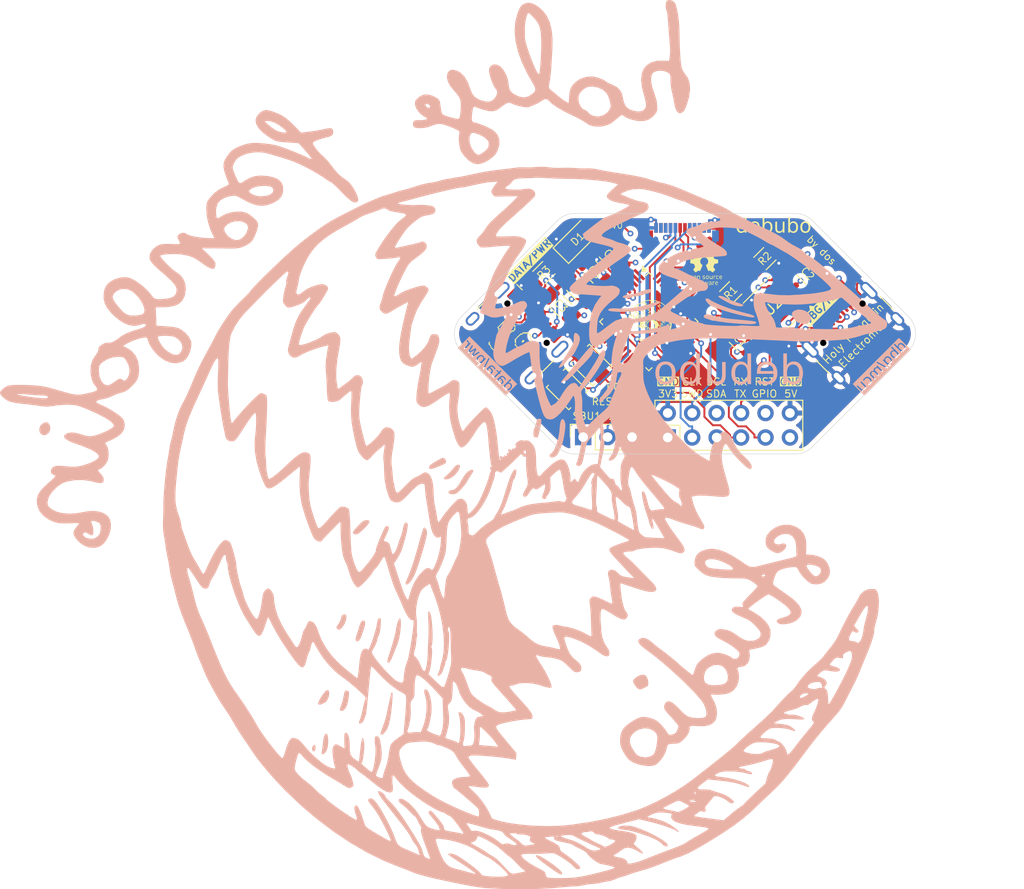
<source format=kicad_pcb>
(kicad_pcb
	(version 20240108)
	(generator "pcbnew")
	(generator_version "8.0")
	(general
		(thickness 1.6)
		(legacy_teardrops no)
	)
	(paper "A4")
	(layers
		(0 "F.Cu" signal)
		(1 "In1.Cu" signal)
		(2 "In2.Cu" signal)
		(31 "B.Cu" signal)
		(32 "B.Adhes" user "B.Adhesive")
		(33 "F.Adhes" user "F.Adhesive")
		(34 "B.Paste" user)
		(35 "F.Paste" user)
		(36 "B.SilkS" user "B.Silkscreen")
		(37 "F.SilkS" user "F.Silkscreen")
		(38 "B.Mask" user)
		(39 "F.Mask" user)
		(40 "Dwgs.User" user "User.Drawings")
		(41 "Cmts.User" user "User.Comments")
		(42 "Eco1.User" user "User.Eco1")
		(43 "Eco2.User" user "User.Eco2")
		(44 "Edge.Cuts" user)
		(45 "Margin" user)
		(46 "B.CrtYd" user "B.Courtyard")
		(47 "F.CrtYd" user "F.Courtyard")
		(48 "B.Fab" user)
		(49 "F.Fab" user)
		(50 "User.1" user)
		(51 "User.2" user)
		(52 "User.3" user)
		(53 "User.4" user)
		(54 "User.5" user)
		(55 "User.6" user)
		(56 "User.7" user)
		(57 "User.8" user)
		(58 "User.9" user)
	)
	(setup
		(stackup
			(layer "F.SilkS"
				(type "Top Silk Screen")
				(color "White")
			)
			(layer "F.Paste"
				(type "Top Solder Paste")
			)
			(layer "F.Mask"
				(type "Top Solder Mask")
				(color "Green")
				(thickness 0.01)
			)
			(layer "F.Cu"
				(type "copper")
				(thickness 0.035)
			)
			(layer "dielectric 1"
				(type "prepreg")
				(color "FR4 natural")
				(thickness 0.1)
				(material "FR4")
				(epsilon_r 4.5)
				(loss_tangent 0.02)
			)
			(layer "In1.Cu"
				(type "copper")
				(thickness 0.035)
			)
			(layer "dielectric 2"
				(type "core")
				(thickness 1.24)
				(material "FR4")
				(epsilon_r 4.5)
				(loss_tangent 0.02)
			)
			(layer "In2.Cu"
				(type "copper")
				(thickness 0.035)
			)
			(layer "dielectric 3"
				(type "prepreg")
				(thickness 0.1)
				(material "FR4")
				(epsilon_r 4.5)
				(loss_tangent 0.02)
			)
			(layer "B.Cu"
				(type "copper")
				(thickness 0.035)
			)
			(layer "B.Mask"
				(type "Bottom Solder Mask")
				(color "Green")
				(thickness 0.01)
			)
			(layer "B.Paste"
				(type "Bottom Solder Paste")
			)
			(layer "B.SilkS"
				(type "Bottom Silk Screen")
				(color "White")
			)
			(copper_finish "None")
			(dielectric_constraints no)
		)
		(pad_to_mask_clearance 0)
		(allow_soldermask_bridges_in_footprints no)
		(pcbplotparams
			(layerselection 0x00010fc_ffffffff)
			(plot_on_all_layers_selection 0x0000000_00000000)
			(disableapertmacros no)
			(usegerberextensions no)
			(usegerberattributes yes)
			(usegerberadvancedattributes yes)
			(creategerberjobfile yes)
			(dashed_line_dash_ratio 12.000000)
			(dashed_line_gap_ratio 3.000000)
			(svgprecision 4)
			(plotframeref no)
			(viasonmask no)
			(mode 1)
			(useauxorigin no)
			(hpglpennumber 1)
			(hpglpenspeed 20)
			(hpglpendiameter 15.000000)
			(pdf_front_fp_property_popups yes)
			(pdf_back_fp_property_popups yes)
			(dxfpolygonmode yes)
			(dxfimperialunits yes)
			(dxfusepcbnewfont yes)
			(psnegative no)
			(psa4output no)
			(plotreference yes)
			(plotvalue yes)
			(plotfptext yes)
			(plotinvisibletext no)
			(sketchpadsonfab no)
			(subtractmaskfromsilk no)
			(outputformat 1)
			(mirror no)
			(drillshape 1)
			(scaleselection 1)
			(outputdirectory "")
		)
	)
	(net 0 "")
	(net 1 "SHIELD")
	(net 2 "unconnected-(U1A-PA6-Pad17)")
	(net 3 "unconnected-(U1A-PB14-Pad26)")
	(net 4 "unconnected-(U1A-PA7-Pad18)")
	(net 5 "GND")
	(net 6 "unconnected-(U1A-PF1-OSC_OUT-Pad9)")
	(net 7 "D+")
	(net 8 "D-")
	(net 9 "unconnected-(U1A-PB2-Pad21)")
	(net 10 "VBUS")
	(net 11 "unconnected-(U1A-PA4-Pad15)")
	(net 12 "unconnected-(U1A-PB4-Pad43)")
	(net 13 "unconnected-(U1A-PF0-OSC_IN-Pad8)")
	(net 14 "PD2_CC1")
	(net 15 "unconnected-(U1A-PB0-Pad19)")
	(net 16 "unconnected-(U1A-PB13-Pad25)")
	(net 17 "unconnected-(U1A-PC14-OSC32_IN-Pad2)")
	(net 18 "unconnected-(U1A-PA5-Pad16)")
	(net 19 "unconnected-(U1A-PC7-Pad31)")
	(net 20 "PD2_CC2")
	(net 21 "DBG_VBUS")
	(net 22 "DBG_D-")
	(net 23 "DBG_D+")
	(net 24 "Net-(J2-CC1)")
	(net 25 "Net-(J2-CC2)")
	(net 26 "SBU1")
	(net 27 "PD1_CC2")
	(net 28 "unconnected-(U1A-PB9-Pad48)")
	(net 29 "unconnected-(U1A-PA12[PA10]-Pad34)")
	(net 30 "unconnected-(U1A-PB12-Pad24)")
	(net 31 "unconnected-(U1A-PC13-Pad1)")
	(net 32 "PD1_CC1")
	(net 33 "unconnected-(U1A-PB8-Pad47)")
	(net 34 "SBU2")
	(net 35 "I2C_SCL")
	(net 36 "RESET")
	(net 37 "unconnected-(U1A-PB3-Pad42)")
	(net 38 "unconnected-(U1A-PC15-OSC32_OUT-Pad3)")
	(net 39 "SWDIO")
	(net 40 "I2C_SDA")
	(net 41 "BOOT")
	(net 42 "unconnected-(U1A-PB5-Pad44)")
	(net 43 "STM_RX")
	(net 44 "unconnected-(U1A-PB1-Pad20)")
	(net 45 "V3")
	(net 46 "STM_TX")
	(net 47 "Net-(U1B-VREF+)")
	(net 48 "Net-(D1-A)")
	(net 49 "GPIO")
	(net 50 "LED")
	(footprint "Capacitor_SMD:C_1206_3216Metric_Pad1.33x1.80mm_HandSolder" (layer "F.Cu") (at 132.0951 89.5951 -45))
	(footprint "Connector_USB:USB_C_Receptacle_HCTL_HC-TYPE-C-16P-01A" (layer "F.Cu") (at 123.25 96.75 -45))
	(footprint "Capacitor_SMD:C_1206_3216Metric_Pad1.33x1.80mm_HandSolder" (layer "F.Cu") (at 130.3451 91.3451 135))
	(footprint "Capacitor_SMD:C_1206_3216Metric_Pad1.33x1.80mm_HandSolder" (layer "F.Cu") (at 147.25 96.75 135))
	(footprint "LOGO" (layer "F.Cu") (at 123.25 96.75 -45))
	(footprint "Capacitor_SMD:C_1206_3216Metric_Pad1.33x1.80mm_HandSolder" (layer "F.Cu") (at 154.25 89.75 135))
	(footprint "Capacitor_SMD:C_1206_3216Metric_Pad1.33x1.80mm_HandSolder" (layer "F.Cu") (at 133.75 87.895146 135))
	(footprint "Package_QFP:LQFP-48_7x7mm_P0.5mm" (layer "F.Cu") (at 137.75 94.75 -45))
	(footprint "Resistor_SMD:R_1206_3216Metric_Pad1.30x1.75mm_HandSolder" (layer "F.Cu") (at 149.8018 88.1982 45))
	(footprint "LOGO"
		(layer "F.Cu")
		(uuid "4785eff3-e543-4da4-b599-ea83da64dc85")
		(at 137.721624 94.35644)
		(property "Reference" "GPANG"
			(at 0 0 360)
			(layer "F.SilkS")
			(hide yes)
			(uuid "97468709-a4d4-4dba-b48b-3ea4b6fea43f")
			(effects
				(font
					(size 1.5 1.5)
					(thickness 0.3)
				)
			)
		)
		(property "Value" "LOGO"
			(at 0.75 0 360)
			(layer "F.SilkS")
			(hide yes)
			(uuid "6daeae5d-edac-4c57-9798-fda9de553c26")
			(effects
				(font
					(size 1.5 1.5)
					(thickness 0.3)
				)
			)
		)
		(property "Footprint" "LOGO"
			(at 0 0 0)
			(unlocked yes)
			(layer "F.Fab")
			(hide yes)
			(uuid "f22c43c4-e540-4514-ae0e-6121c9681813")
			(effects
				(font
					(size 1.27 1.27)
					(thickness 0.15)
				)
			)
		)
		(property "Datasheet" ""
			(at 0 0 0)
			(unlocked yes)
			(layer "F.Fab")
			(hide yes)
			(uuid "fc718c03-6242-424a-afe7-693a5f74999c")
			(effects
				(font
					(size 1.27 1.27)
					(thickness 0.15)
				)
			)
		)
		(property "Description" ""
			(at 0 0 0)
			(unlocked yes)
			(layer "F.Fab")
			(hide yes)
			(uuid "b837c190-3137-441e-b8ad-e8a1ef3dd34a")
			(effects
				(font
					(size 1.27 1.27)
					(thickness 0.15)
				)
			)
		)
		(attr board_only exclude_from_pos_files exclude_from_bom)
		(fp_poly
			(pts
				(xy 2.093733 0.587019) (xy 2.103678 0.595358) (xy 2.109433 0.604975) (xy 2.109011 0.610894) (xy 2.101548 0.616413)
				(xy 2.091148 0.612209) (xy 2.083789 0.605688) (xy 2.074338 0.593558) (xy 2.074319 0.58593) (xy 2.082928 0.583461)
			)
			(stroke
				(width 0)
				(type solid)
			)
			(fill solid)
			(layer "F.SilkS")
			(uuid "ac657206-7708-43c0-a1e8-c783de963f3a")
		)
		(fp_poly
			(pts
				(xy -1.932415 0.436049) (xy -1.925149 0.445848) (xy -1.923187 0.450927) (xy -1.917452 0.479205)
				(xy -1.921547 0.502697) (xy -1.926811 0.511926) (xy -1.936295 0.525842) (xy -1.942654 0.536292)
				(xy -1.953549 0.545756) (xy -1.969758 0.549436) (xy -1.986971 0.547105) (xy -2.000121 0.539323)
				(xy -2.009805 0.522618) (xy -2.011184 0.502562) (xy -2.005499 0.481498) (xy -1.993991 0.461765)
				(xy -1.977899 0.445707) (xy -1.958466 0.435664) (xy -1.944024 0.433465)
			)
			(stroke
				(width 0)
				(type solid)
			)
			(fill solid)
			(layer "F.SilkS")
			(uuid "1ebe9809-4fe8-4c80-ad44-ce21a3ff5c95")
		)
		(fp_poly
			(pts
				(xy 0.291162 -0.18097) (xy 0.305685 -0.178322) (xy 0.32908 -0.174645) (xy 0.354861 -0.172493) (xy 0.364242 -0.17226)
				(xy 0.383564 -0.17141) (xy 0.392622 -0.168339) (xy 0.392171 -0.162265) (xy 0.383209 -0.152623) (xy 0.367257 -0.144378)
				(xy 0.34474 -0.140389) (xy 0.319403 -0.140772) (xy 0.294995 -0.145644) (xy 0.284784 -0.149575) (xy 0.268497 -0.158373)
				(xy 0.262059 -0.16572) (xy 0.264617 -0.173162) (xy 0.269293 -0.177642) (xy 0.277661 -0.181298)
			)
			(stroke
				(width 0)
				(type solid)
			)
			(fill solid)
			(layer "F.SilkS")
			(uuid "219769a4-c93b-43b4-a94a-8eebe24ec2ae")
		)
		(fp_poly
			(pts
				(xy 1.821885 0.375303) (xy 1.845162 0.381754) (xy 1.854544 0.384657) (xy 1.878995 0.393796) (xy 1.892572 0.402369)
				(xy 1.89522 0.410274) (xy 1.886887 0.417409) (xy 1.874021 0.422022) (xy 1.859689 0.425906) (xy 1.850723 0.426988)
				(xy 1.841688 0.425099) (xy 1.828698 0.420612) (xy 1.813897 0.412722) (xy 1.801074 0.401406) (xy 1.792672 0.389451)
				(xy 1.791134 0.379644) (xy 1.791716 0.378415) (xy 1.797033 0.373819) (xy 1.806466 0.372719)
			)
			(stroke
				(width 0)
				(type solid)
			)
			(fill solid)
			(layer "F.SilkS")
			(uuid "2976cb09-dd76-4521-8f9e-39d240b55eb0")
		)
		(fp_poly
			(pts
				(xy 0.987596 -0.2862) (xy 0.993506 -0.285602) (xy 1.020791 -0.281808) (xy 1.037653 -0.276844) (xy 1.044762 -0.270205)
				(xy 1.042787 -0.261388) (xy 1.036218 -0.253508) (xy 1.029685 -0.248883) (xy 1.020052 -0.246328)
				(xy 1.005136 -0.245685) (xy 0.982751 -0.246796) (xy 0.9641 -0.248303) (xy 0.937224 -0.251982) (xy 0.921243 -0.257445)
				(xy 0.916065 -0.264782) (xy 0.9216 -0.274081) (xy 0.931031 -0.281306) (xy 0.939621 -0.285765) (xy 0.949999 -0.287935)
				(xy 0.965035 -0.288014)
			)
			(stroke
				(width 0)
				(type solid)
			)
			(fill solid)
			(layer "F.SilkS")
			(uuid "a1f3aeea-364e-44a6-9f33-acc2d70590f8")
		)
		(fp_poly
			(pts
				(xy 1.433889 0.081229) (xy 1.437538 0.084741) (xy 1.446012 0.09153) (xy 1.461055 0.098914) (xy 1.47839 0.105067)
				(xy 1.491993 0.107996) (xy 1.501064 0.113136) (xy 1.503106 0.122709) (xy 1.500918 0.132624) (xy 1.492209 0.136835)
				(xy 1.486436 0.137543) (xy 1.471083 0.136057) (xy 1.452373 0.130656) (xy 1.445713 0.127894) (xy 1.425516 0.116454)
				(xy 1.411517 0.104182) (xy 1.405188 0.092721) (xy 1.407025 0.084741) (xy 1.417199 0.078697) (xy 1.422937 0.077795)
			)
			(stroke
				(width 0)
				(type solid)
			)
			(fill solid)
			(layer "F.SilkS")
			(uuid "6b006c0c-942b-4a76-8d3f-47ad988798a7")
		)
		(fp_poly
			(pts
				(xy 1.98597 0.578947) (xy 1.999716 0.586146) (xy 2.015612 0.598914) (xy 2.018323 0.60152) (xy 2.035036 0.617572)
				(xy 2.051841 0.633055) (xy 2.060257 0.640461) (xy 2.073606 0.653431) (xy 2.077198 0.661703) (xy 2.071022 0.665921)
				(xy 2.059784 0.666812) (xy 2.042286 0.663123) (xy 2.023211 0.65116) (xy 2.018502 0.647268) (xy 2.001906 0.631055)
				(xy 1.987336 0.613288) (xy 1.976889 0.596854) (xy 1.972664 0.584638) (xy 1.972653 0.584194) (xy 1.976305 0.578052)
			)
			(stroke
				(width 0)
				(type solid)
			)
			(fill solid)
			(layer "F.SilkS")
			(uuid "30d1cda9-4e39-43c1-8c94-f16a6dbcccdc")
		)
		(fp_poly
			(pts
				(xy 1.360202 0.18516) (xy 1.378611 0.193839) (xy 1.392034 0.202524) (xy 1.41137 0.215377) (xy 1.430826 0.227522)
				(xy 1.440593 0.233199) (xy 1.455701 0.244315) (xy 1.461418 0.255232) (xy 1.461431 0.255724) (xy 1.457244 0.264409)
				(xy 1.446039 0.26658) (xy 1.429843 0.262176) (xy 1.419668 0.257) (xy 1.395418 0.24271) (xy 1.378606 0.232563)
				(xy 1.367037 0.22516) (xy 1.358518 0.2191) (xy 1.351383 0.213422) (xy 1.341313 0.201336) (xy 1.340855 0.192584)
				(xy 1.347848 0.184787)
			)
			(stroke
				(width 0)
				(type solid)
			)
			(fill solid)
			(layer "F.SilkS")
			(uuid "c0b9abc3-53e5-4895-a3cd-2521847c850b")
		)
		(fp_poly
			(pts
				(xy 0.413586 -0.283612) (xy 0.414676 -0.282817) (xy 0.421077 -0.27524) (xy 0.419885 -0.268359) (xy 0.410173 -0.261336)
				(xy 0.39101 -0.253331) (xy 0.376471 -0.248327) (xy 0.351583 -0.240272) (xy 0.334994 -0.235608) (xy 0.324499 -0.234101)
				(xy 0.317891 -0.23552) (xy 0.312963 -0.23963) (xy 0.311401 -0.241453) (xy 0.306511 -0.254333) (xy 0.310187 -0.266879)
				(xy 0.316736 -0.272492) (xy 0.326101 -0.275344) (xy 0.342994 -0.278954) (xy 0.363929 -0.282587)
				(xy 0.366055 -0.282914) (xy 0.389798 -0.285914) (xy 0.404926 -0.286148)
			)
			(stroke
				(width 0)
				(type solid)
			)
			(fill solid)
			(layer "F.SilkS")
			(uuid "ce4f3cb3-bef1-4aea-9e48-3a9138344b38")
		)
		(fp_poly
			(pts
				(xy 1.465457 2.002335) (xy 1.466299 2.012863) (xy 1.463751 2.032398) (xy 1.457782 2.061456) (xy 1.448391 2.10045)
				(xy 1.439302 2.135626) (xy 1.432071 2.161223) (xy 1.426245 2.178531) (xy 1.421372 2.188842) (xy 1.416998 2.193446)
				(xy 1.415587 2.193934) (xy 1.409002 2.192961) (xy 1.406238 2.185056) (xy 1.405863 2.175565) (xy 1.407516 2.157252)
				(xy 1.411981 2.132822) (xy 1.418517 2.104896) (xy 1.426384 2.076095) (xy 1.43484 2.049041) (xy 1.443145 2.026356)
				(xy 1.450557 2.010661) (xy 1.453717 2.006232) (xy 1.461253 2.000297)
			)
			(stroke
				(width 0)
				(type solid)
			)
			(fill solid)
			(layer "F.SilkS")
			(uuid "75941cb2-c3a2-4af2-b84f-9d45d51ae054")
		)
		(fp_poly
			(pts
				(xy -1.646773 0.06286) (xy -1.647219 0.069096) (xy -1.651096 0.082747) (xy -1.657409 0.101035) (xy -1.665165 0.12118)
				(xy -1.673369 0.140405) (xy -1.678071 0.1503) (xy -1.690145 0.170935) (xy -1.703588 0.188594) (xy -1.716348 0.200931)
				(xy -1.726375 0.2056) (xy -1.726417 0.2056) (xy -1.733136 0.203819) (xy -1.733713 0.202686) (xy -1.730957 0.196903)
				(xy -1.723687 0.184336) (xy -1.713393 0.167553) (xy -1.711899 0.165178) (xy -1.698673 0.142274)
				(xy -1.686187 0.11746) (xy -1.678352 0.099148) (xy -1.669389 0.079714) (xy -1.659885 0.066528) (xy -1.651271 0.061234)
			)
			(stroke
				(width 0)
				(type solid)
			)
			(fill solid)
			(layer "F.SilkS")
			(uuid "9e7d9363-affc-47c0-b36b-875cde412a35")
		)
		(fp_poly
			(pts
				(xy 1.723499 0.456051) (xy 1.739203 0.467998) (xy 1.743829 0.471833) (xy 1.762782 0.486328) (xy 1.782952 0.499741)
				(xy 1.793448 0.505734) (xy 1.809096 0.514494) (xy 1.815802 0.520953) (xy 1.814859 0.527138) (xy 1.810396 0.532338)
				(xy 1.804117 0.537064) (xy 1.796134 0.53802) (xy 1.782841 0.535264) (xy 1.774381 0.532889) (xy 1.761489 0.526592)
				(xy 1.744364 0.514893) (xy 1.726611 0.500266) (xy 1.725829 0.499555) (xy 1.709979 0.484461) (xy 1.701436 0.474265)
				(xy 1.698853 0.466892) (xy 1.700636 0.460717) (xy 1.706278 0.452942) (xy 1.713212 0.451209)
			)
			(stroke
				(width 0)
				(type solid)
			)
			(fill solid)
			(layer "F.SilkS")
			(uuid "ab5a3f2e-d8c6-4a58-93da-27bef9253d04")
		)
		(fp_poly
			(pts
				(xy -0.282151 -0.070954) (xy -0.269412 -0.062244) (xy -0.254826 -0.052441) (xy -0.243916 -0.045979)
				(xy -0.240111 -0.044454) (xy -0.231681 -0.040297) (xy -0.220931 -0.030318) (xy -0.211208 -0.018253)
				(xy -0.205861 -0.00784) (xy -0.205601 -0.005927) (xy -0.209338 0.002826) (xy -0.217344 0.009681)
				(xy -0.224115 0.010705) (xy -0.228743 0.007533) (xy -0.239967 -0.000382) (xy -0.255126 -0.011162)
				(xy -0.273362 -0.024805) (xy -0.289987 -0.038304) (xy -0.299417 -0.046837) (xy -0.308417 -0.056701)
				(xy -0.310015 -0.062999) (xy -0.304999 -0.069681) (xy -0.304142 -0.070543) (xy -0.298052 -0.075501)
				(xy -0.291743 -0.075882)
			)
			(stroke
				(width 0)
				(type solid)
			)
			(fill solid)
			(layer "F.SilkS")
			(uuid "2064a8c6-da98-440b-82ba-6b895f9443d5")
		)
		(fp_poly
			(pts
				(xy 1.502965 0.647207) (xy 1.51445 0.655298) (xy 1.533024 0.669195) (xy 1.559134 0.689234) (xy 1.593224 0.715752)
				(xy 1.613008 0.731236) (xy 1.633292 0.745746) (xy 1.658081 0.761536) (xy 1.680923 0.774594) (xy 1.699194 0.78506)
				(xy 1.712858 0.794381) (xy 1.719527 0.800884) (xy 1.71982 0.801857) (xy 1.715135 0.807802) (xy 1.702904 0.809675)
				(xy 1.685868 0.807614) (xy 1.666767 0.801756) (xy 1.660132 0.79885) (xy 1.637266 0.785403) (xy 1.609897 0.764578)
				(xy 1.5774 0.73585) (xy 1.539147 0.698695) (xy 1.532732 0.692218) (xy 1.512594 0.671228) (xy 1.500216 0.656836)
				(xy 1.495038 0.648272) (xy 1.4965 0.644766) (xy 1.498122 0.644585)
			)
			(stroke
				(width 0)
				(type solid)
			)
			(fill solid)
			(layer "F.SilkS")
			(uuid "8c4e9124-530b-4685-a3a7-5ca136c6afa3")
		)
		(fp_poly
			(pts
				(xy -0.394818 0.026768) (xy -0.378783 0.039138) (xy -0.367441 0.050654) (xy -0.343563 0.074357)
				(xy -0.317013 0.096232) (xy -0.289697 0.115134) (xy -0.26352 0.129913) (xy -0.240386 0.139424) (xy -0.2222 0.142518)
				(xy -0.216446 0.141612) (xy -0.207342 0.142927) (xy -0.202548 0.150711) (xy -0.203924 0.160593)
				(xy -0.206786 0.164315) (xy -0.224012 0.173494) (xy -0.24403 0.173072) (xy -0.250055 0.170978) (xy -0.263018 0.165368)
				(xy -0.281211 0.157457) (xy -0.29323 0.152216) (xy -0.310503 0.142602) (xy -0.331629 0.127821) (xy -0.354228 0.109912)
				(xy -0.375919 0.09091) (xy -0.394321 0.072852) (xy -0.407055 0.057775) (xy -0.410668 0.051741) (xy -0.416283 0.034388)
				(xy -0.414735 0.024422) (xy -0.407191 0.021872)
			)
			(stroke
				(width 0)
				(type solid)
			)
			(fill solid)
			(layer "F.SilkS")
			(uuid "fec170a4-69cc-467a-8e5e-3f1a230f8936")
		)
		(fp_poly
			(pts
				(xy 0.265586 -0.103844) (xy 0.29326 -0.096543) (xy 0.313957 -0.088909) (xy 0.34638 -0.077656) (xy 0.371124 -0.07296)
				(xy 0.389405 -0.074712) (xy 0.400832 -0.081247) (xy 0.4117 -0.086687) (xy 0.422103 -0.085908) (xy 0.427707 -0.079476)
				(xy 0.427871 -0.077717) (xy 0.424252 -0.070049) (xy 0.41542 -0.059305) (xy 0.414232 -0.058094) (xy 0.403453 -0.050048)
				(xy 0.389706 -0.045864) (xy 0.370733 -0.045332) (xy 0.344281 -0.048245) (xy 0.330797 -0.050379)
				(xy 0.312194 -0.054198) (xy 0.296683 -0.058589) (xy 0.2919 -0.060495) (xy 0.280424 -0.064974) (xy 0.26271 -0.070736)
				(xy 0.248665 -0.074828) (xy 0.228386 -0.081441) (xy 0.21862 -0.087481) (xy 0.218832 -0.093579) (xy 0.227462 -0.099827)
				(xy 0.244201 -0.104869)
			)
			(stroke
				(width 0)
				(type solid)
			)
			(fill solid)
			(layer "F.SilkS")
			(uuid "aa57f71c-03df-4b13-9366-b692924adf74")
		)
		(fp_poly
			(pts
				(xy 0.688605 -0.011353) (xy 0.701975 -0.003788) (xy 0.721271 0.008305) (xy 0.744938 0.023957) (xy 0.767458 0.039424)
				(xy 0.826809 0.080025) (xy 0.878204 0.113407) (xy 0.921964 0.139766) (xy 0.958407 0.159302) (xy 0.968927 0.164305)
				(xy 0.987478 0.174007) (xy 0.996063 0.181753) (xy 0.996564 0.18643) (xy 0.988945 0.192856) (xy 0.973157 0.19307)
				(xy 0.948848 0.187033) (xy 0.924315 0.178183) (xy 0.907592 0.170196) (xy 0.883899 0.156993) (xy 0.855265 0.139887)
				(xy 0.823714 0.120187) (xy 0.791275 0.099205) (xy 0.759973 0.078252) (xy 0.731836 0.058637) (xy 0.70889 0.041673)
				(xy 0.693207 0.028711) (xy 0.682906 0.015382) (xy 0.678041 0.001283) (xy 0.679499 -0.010023) (xy 0.682717 -0.013419)
			)
			(stroke
				(width 0)
				(type solid)
			)
			(fill solid)
			(layer "F.SilkS")
			(uuid "8db06e1b-b52d-4d45-93b6-869ea0c98fa3")
		)
		(fp_poly
			(pts
				(xy 1.174462 0.325643) (xy 1.189649 0.334338) (xy 1.206815 0.346341) (xy 1.222795 0.359614) (xy 1.223649 0.360408)
				(xy 1.241211 0.375015) (xy 1.267123 0.393982) (xy 1.299981 0.416348) (xy 1.338381 0.441148) (xy 1.369781 0.46065)
				(xy 1.388205 0.473468) (xy 1.397243 0.483444) (xy 1.396588 0.49006) (xy 1.388732 0.492601) (xy 1.380305 0.490502)
				(xy 1.365211 0.484199) (xy 1.34645 0.474968) (xy 1.343023 0.473152) (xy 1.319133 0.460353) (xy 1.293981 0.446883)
				(xy 1.274581 0.436499) (xy 1.256804 0.425398) (xy 1.237379 0.410686) (xy 1.217639 0.393743) (xy 1.198918 0.375952)
				(xy 1.182547 0.358694) (xy 1.169859 0.343349) (xy 1.162187 0.331301) (xy 1.160864 0.32393) (xy 1.164419 0.322293)
			)
			(stroke
				(width 0)
				(type solid)
			)
			(fill solid)
			(layer "F.SilkS")
			(uuid "2a39b8c1-5611-4ea6-845e-23816d860d9a")
		)
		(fp_poly
			(pts
				(xy -0.827971 -0.209095) (xy -0.813612 -0.207488) (xy -0.792779 -0.20421) (xy -0.764276 -0.199139)
				(xy -0.726905 -0.192155) (xy -0.694597 -0.186018) (xy -0.661235 -0.17971) (xy -0.629973 -0.173885)
				(xy -0.603147 -0.168972) (xy -0.583096 -0.1654) (xy -0.573737 -0.163832) (xy -0.557549 -0.159956)
				(xy -0.550571 -0.155243) (xy -0.553519 -0.150501) (xy -0.559845 -0.148114) (xy -0.597189 -0.142649)
				(xy -0.639029 -0.144932) (xy -0.657216 -0.147259) (xy -0.682781 -0.150142) (xy -0.712031 -0.153178)
				(xy -0.735631 -0.15545) (xy -0.762647 -0.158354) (xy -0.786464 -0.16166) (xy -0.804391 -0.164948)
				(xy -0.813426 -0.167622) (xy -0.833021 -0.180726) (xy -0.843328 -0.194579) (xy -0.844629 -0.201246)
				(xy -0.844187 -0.205107) (xy -0.842061 -0.207783) (xy -0.837055 -0.209153)
			)
			(stroke
				(width 0)
				(type solid)
			)
			(fill solid)
			(layer "F.SilkS")
			(uuid "7846a38d-13d3-45fb-b3b8-ac7eea47cadf")
		)
		(fp_poly
			(pts
				(xy -1.572707 0.027122) (xy -1.570004 0.03947) (xy -1.569862 0.055766) (xy -1.572529 0.072099) (xy -1.578621 0.086904)
				(xy -1.590379 0.108737) (xy -1.60667 0.135838) (xy -1.626363 0.166442) (xy -1.648325 0.198788) (xy -1.671424 0.231112)
				(xy -1.693067 0.259779) (xy -1.71196 0.283295) (xy -1.725372 0.298073) (xy -1.733949 0.304646) (xy -1.738337 0.303548)
				(xy -1.739269 0.297894) (xy -1.736202 0.289467) (xy -1.72826 0.275608) (xy -1.719869 0.263164) (xy -1.696231 0.230008)
				(xy -1.677712 0.203286) (xy -1.662753 0.180553) (xy -1.64979 0.159362) (xy -1.637263 0.137269) (xy -1.62535 0.11512)
				(xy -1.613257 0.091375) (xy -1.603425 0.070364) (xy -1.596921 0.054484) (xy -1.594793 0.046475)
				(xy -1.591477 0.034326) (xy -1.583837 0.024764) (xy -1.577614 0.022227)
			)
			(stroke
				(width 0)
				(type solid)
			)
			(fill solid)
			(layer "F.SilkS")
			(uuid "30de9b28-1281-4ef3-b6e0-8562456619fa")
		)
		(fp_poly
			(pts
				(xy -1.189611 -0.319266) (xy -1.188677 -0.318487) (xy -1.189128 -0.312144) (xy -1.196811 -0.302514)
				(xy -1.209254 -0.291725) (xy -1.223985 -0.281907) (xy -1.238533 -0.275191) (xy -1.23916 -0.27499)
				(xy -1.252771 -0.269223) (xy -1.26941 -0.260248) (xy -1.27378 -0.257578) (xy -1.28833 -0.249498)
				(xy -1.299993 -0.2449) (xy -1.302625 -0.244498) (xy -1.311854 -0.241577) (xy -1.313766 -0.239605)
				(xy -1.322097 -0.234348) (xy -1.335431 -0.231615) (xy -1.347767 -0.232383) (xy -1.350648 -0.233603)
				(xy -1.35435 -0.240964) (xy -1.353275 -0.244173) (xy -1.345818 -0.250142) (xy -1.331071 -0.258206)
				(xy -1.312263 -0.266877) (xy -1.292623 -0.274667) (xy -1.275381 -0.280088) (xy -1.275279 -0.280113)
				(xy -1.258987 -0.286437) (xy -1.24252 -0.296024) (xy -1.241938 -0.296444) (xy -1.217804 -0.312341)
				(xy -1.200273 -0.319985)
			)
			(stroke
				(width 0)
				(type solid)
			)
			(fill solid)
			(layer "F.SilkS")
			(uuid "e3156611-c05e-4ac7-b329-8a1839c879ca")
		)
		(fp_poly
			(pts
				(xy -1.067143 -0.312935) (xy -1.0669 -0.310476) (xy -1.070969 -0.303113) (xy -1.081936 -0.290616)
				(xy -1.097943 -0.274693) (xy -1.117132 -0.257051) (xy -1.137644 -0.239399) (xy -1.157621 -0.223445)
				(xy -1.175204 -0.210898) (xy -1.175257 -0.210864) (xy -1.192876 -0.199202) (xy -1.207348 -0.189279)
				(xy -1.21561 -0.183196) (xy -1.21572 -0.183103) (xy -1.229129 -0.174514) (xy -1.248076 -0.165941)
				(xy -1.270278 -0.15798) (xy -1.293455 -0.151228) (xy -1.315325 -0.146281) (xy -1.333607 -0.143737)
				(xy -1.346019 -0.14419) (xy -1.350296 -0.14791) (xy -1.345445 -0.151808) (xy -1.332258 -0.158674)
				(xy -1.312784 -0.167518) (xy -1.290531 -0.176772) (xy -1.227823 -0.205464) (xy -1.174177 -0.238052)
				(xy -1.127911 -0.275587) (xy -1.11954 -0.283637) (xy -1.099388 -0.301926) (xy -1.083318 -0.313221)
				(xy -1.072261 -0.317049)
			)
			(stroke
				(width 0)
				(type solid)
			)
			(fill solid)
			(layer "F.SilkS")
			(uuid "10b1cf3e-69a6-4d0a-bd43-e0bd2cf87a8a")
		)
		(fp_poly
			(pts
				(xy 0.961002 2.19818) (xy 0.959021 2.207045) (xy 0.949464 2.220169) (xy 0.941332 2.228564) (xy 0.924047 2.247471)
				(xy 0.904913 2.272271) (xy 0.88511 2.300977) (xy 0.865817 2.331602) (xy 0.848211 2.362159) (xy 0.833472 2.39066)
				(xy 0.822778 2.415117) (xy 0.817309 2.433543) (xy 0.816845 2.438459) (xy 0.815084 2.453361) (xy 0.810737 2.468471)
				(xy 0.805207 2.479914) (xy 0.800394 2.483876) (xy 0.793765 2.480467) (xy 0.790943 2.477978) (xy 0.788761 2.468634)
				(xy 0.791312 2.451295) (xy 0.7979 2.427665) (xy 0.807831 2.399449) (xy 0.820408 2.368349) (xy 0.834938 2.33607)
				(xy 0.850724 2.304315) (xy 0.867073 2.274788) (xy 0.883288 2.249193) (xy 0.885681 2.245776) (xy 0.899308 2.230148)
				(xy 0.916564 2.215089) (xy 0.934338 2.202883) (xy 0.949521 2.195819) (xy 0.954863 2.194924)
			)
			(stroke
				(width 0)
				(type solid)
			)
			(fill solid)
			(layer "F.SilkS")
			(uuid "01551c69-6e29-4c37-a8cb-88ed8f939d3b")
		)
		(fp_poly
			(pts
				(xy -1.495502 0.100126) (xy -1.494772 0.103484) (xy -1.498673 0.115409) (xy -1.509684 0.133577)
				(xy -1.526761 0.156679) (xy -1.548862 0.183402) (xy -1.574944 0.212437) (xy -1.603965 0.242472)
				(xy -1.610261 0.24871) (xy -1.6422 0.279829) (xy -1.667385 0.303622) (xy -1.686722 0.320818) (xy -1.701118 0.332142)
				(xy -1.711479 0.338322) (xy -1.71871 0.340085) (xy -1.722681 0.338913) (xy -1.724723 0.337076) (xy -1.72499 0.334284)
				(xy -1.722709 0.329656) (xy -1.717105 0.322316) (xy -1.707403 0.311384) (xy -1.69283 0.295982) (xy -1.672611 0.275232)
				(xy -1.645972 0.248254) (xy -1.617425 0.219492) (xy -1.597086 0.197609) (xy -1.575244 0.171918)
				(xy -1.556534 0.147876) (xy -1.556081 0.147254) (xy -1.542555 0.128703) (xy -1.531078 0.113133)
				(xy -1.523549 0.103115) (xy -1.522211 0.101411) (xy -1.512855 0.095432) (xy -1.502407 0.095121)
			)
			(stroke
				(width 0)
				(type solid)
			)
			(fill solid)
			(layer "F.SilkS")
			(uuid "696d98d2-0c7a-4ea1-8161-0b6e94a12a6c")
		)
		(fp_poly
			(pts
				(xy -0.800957 -0.329451) (xy -0.790147 -0.317255) (xy -0.783158 -0.308956) (xy -0.776097 -0.302233)
				(xy -0.767288 -0.296312) (xy -0.755058 -0.29042) (xy -0.737732 -0.283782) (xy -0.713638 -0.275624)
				(xy -0.6811 -0.265174) (xy -0.669591 -0.261523) (xy -0.64043 -0.252305) (xy -0.620375 -0.245894)
				(xy -0.607969 -0.241641) (xy -0.601756 -0.2389) (xy -0.600278 -0.237021) (xy -0.602079 -0.235357)
				(xy -0.605702 -0.23326) (xy -0.605844 -0.233171) (xy -0.619146 -0.228769) (xy -0.637705 -0.230093)
				(xy -0.658581 -0.235569) (xy -0.678465 -0.239611) (xy -0.698322 -0.240457) (xy -0.701059 -0.240215)
				(xy -0.713818 -0.239912) (xy -0.727989 -0.242481) (xy -0.745834 -0.248646) (xy -0.769619 -0.259136)
				(xy -0.788944 -0.268426) (xy -0.811628 -0.283447) (xy -0.824373 -0.301065) (xy -0.826656 -0.320492)
				(xy -0.825929 -0.324067) (xy -0.820586 -0.335759) (xy -0.812468 -0.337593)
			)
			(stroke
				(width 0)
				(type solid)
			)
			(fill solid)
			(layer "F.SilkS")
			(uuid "e7bbed64-ffca-404b-a0cf-49fd67e1685b")
		)
		(fp_poly
			(pts
				(xy 0.187374 -1.866634) (xy 0.225124 -1.865443) (xy 0.266749 -1.8636) (xy 0.310744 -1.861217) (xy 0.355604 -1.858406)
				(xy 0.399821 -1.855279) (xy 0.44189 -1.85195) (xy 0.480305 -1.84853) (xy 0.51356 -1.845131) (xy 0.540148 -1.841866)
				(xy 0.558564 -1.838848) (xy 0.567103 -1.83632) (xy 0.573597 -1.835176) (xy 0.589074 -1.833486) (xy 0.611428 -1.831452)
				(xy 0.638552 -1.829276) (xy 0.647833 -1.828587) (xy 0.685621 -1.825287) (xy 0.717737 -1.820965)
				(xy 0.748785 -1.814782) (xy 0.783368 -1.805899) (xy 0.802953 -1.80032) (xy 0.833475 -1.791062) (xy 0.862675 -1.781536)
				(xy 0.88766 -1.772729) (xy 0.905537 -1.76563) (xy 0.908532 -1.76425) (xy 0.924119 -1.757266) (xy 0.947262 -1.747589)
				(xy 0.975094 -1.736387) (xy 1.00475 -1.72483) (xy 1.011332 -1.722319) (xy 1.078644 -1.695375) (xy 1.140656 -1.667415)
				(xy 1.203073 -1.635848) (xy 1.211376 -1.631418) (xy 1.246246 -1.613437) (xy 1.282021 -1.596245)
				(xy 1.315299 -1.581416) (xy 1.342679 -1.570522) (xy 1.344553 -1.569853) (xy 1.369242 -1.559054)
				(xy 1.3992 -1.542756) (xy 1.431387 -1.522835) (xy 1.462759 -1.501171) (xy 1.489214 -1.480538) (xy 1.50819 -1.465073)
				(xy 1.526076 -1.451349) (xy 1.539604 -1.441852) (xy 1.541783 -1.440511) (xy 1.554201 -1.431884)
				(xy 1.571054 -1.418469) (xy 1.588729 -1.403144) (xy 1.589016 -1.402883) (xy 1.608676 -1.385421)
				(xy 1.629361 -1.36769) (xy 1.644804 -1.354974) (xy 1.659428 -1.342432) (xy 1.679459 -1.324019) (xy 1.703268 -1.301357)
				(xy 1.729226 -1.276069) (xy 1.755702 -1.249777) (xy 1.781067 -1.224105) (xy 1.803692 -1.200676)
				(xy 1.821946 -1.181111) (xy 1.8342 -1.167034) (xy 1.836447 -1.164144) (xy 1.847252 -1.15067) (xy 1.8633 -1.132018)
				(xy 1.882125 -1.111014) (xy 1.895407 -1.096665) (xy 1.914762 -1.074785) (xy 1.932796 -1.052147)
				(xy 1.947028 -1.031977) (xy 1.9531 -1.021649) (xy 1.965571 -0.99901) (xy 1.980211 -0.974906) (xy 1.987324 -0.9641)
				(xy 2.000058 -0.944061) (xy 2.01416 -0.919689) (xy 2.02497 -0.899375) (xy 2.037266 -0.876358) (xy 2.05082 -0.853078)
				(xy 2.06141 -0.836514) (xy 2.07324 -0.817388) (xy 2.086165 -0.79357) (xy 2.0959 -0.773433) (xy 2.104999 -0.753627)
				(xy 2.117395 -0.727324) (xy 2.131444 -0.69798) (xy 2.145239 -0.669591) (xy 2.164225 -0.627315) (xy 2.183413 -0.57814)
				(xy 2.201241 -0.526143) (xy 2.205902 -0.511223) (xy 2.217046 -0.47567) (xy 2.229102 -0.438822) (xy 2.240912 -0.404114)
				(xy 2.251319 -0.374984) (xy 2.255486 -0.363969) (xy 2.265771 -0.336612) (xy 2.275591 -0.308928)
				(xy 2.283493 -0.28508) (xy 2.286509 -0.27506) (xy 2.293492 -0.251624) (xy 2.302158 -0.224273) (xy 2.309311 -0.202822)
				(xy 2.317045 -0.176892) (xy 2.325489 -0.142829) (xy 2.334076 -0.103542) (xy 2.342237 -0.061938)
				(xy 2.349406 -0.020926) (xy 2.355013 0.016586) (xy 2.358493 0.047692) (xy 2.358677 0.050011) (xy 2.361489 0.077769)
				(xy 2.36585 0.110633) (xy 2.370971 0.142845) (xy 2.37278 0.152811) (xy 2.377946 0.183286) (xy 2.383137 0.219208)
				(xy 2.387572 0.254938) (xy 2.389386 0.272282) (xy 2.392476 0.30355) (xy 2.395873 0.336181) (xy 2.399078 0.365456)
				(xy 2.400784 0.380133) (xy 2.403696 0.414604) (xy 2.405369 0.457672) (xy 2.405826 0.506892) (xy 2.405092 0.559818)
				(xy 2.403188 0.614007) (xy 2.40014 0.667012) (xy 2.397758 0.697375) (xy 2.38265 0.827937) (xy 2.36058 0.955895)
				(xy 2.331912 1.079982) (xy 2.297012 1.19893) (xy 2.256246 1.31147) (xy 2.20998 1.416334) (xy 2.167049 1.497707)
				(xy 2.15236 1.523619) (xy 2.139149 1.547444) (xy 2.128693 1.56684) (xy 2.122272 1.579466) (xy 2.121547 1.581058)
				(xy 2.114077 1.595017) (xy 2.101298 1.61559) (xy 2.084689 1.640592) (xy 2.065724 1.667836) (xy 2.045883 1.695135)
				(xy 2.032938 1.712233) (xy 1.991344 1.765887) (xy 1.955586 1.811457) (xy 1.924932 1.849828) (xy 1.898652 1.881881)
				(xy 1.876014 1.9085) (xy 1.856286 1.930567) (xy 1.838737 1.948965) (xy 1.828177 1.959351) (xy 1.751173 2.030605)
				(xy 1.67177 2.099455) (xy 1.592344 2.163941) (xy 1.515273 2.222105) (xy 1.475322 2.250296) (xy 1.450577 2.267458)
				(xy 1.42836 2.28318) (xy 1.410666 2.296028) (xy 1.399492 2.304564) (xy 1.397528 2.306235) (xy 1.386779 2.314147)
				(xy 1.370002 2.324515) (xy 1.353838 2.333481) (xy 1.333551 2.345012) (xy 1.314586 2.357254) (xy 1.303827 2.365317)
				(xy 1.28747 2.376925) (xy 1.26765 2.388131) (xy 1.261387 2.391086) (xy 1.243328 2.399997) (xy 1.227438 2.409382)
				(xy 1.223003 2.412534) (xy 1.210095 2.419929) (xy 1.191394 2.427677) (xy 1.178549 2.431857) (xy 1.160697 2.437405)
				(xy 1.147073 2.442424) (xy 1.141916 2.445005) (xy 1.134257 2.448834) (xy 1.119148 2.45504) (xy 1.099646 2.462377)
				(xy 1.096629 2.463463) (xy 1.072079 2.47291) (xy 1.043138 2.485018) (xy 1.015346 2.497454) (xy 1.010499 2.499735)
				(xy 0.985575 2.510594) (xy 0.954373 2.522755) (xy 0.921328 2.534546) (xy 0.897418 2.542322) (xy 0.868344 2.551568)
				(xy 0.839924 2.561115) (xy 0.815614 2.569773) (xy 0.800175 2.575794) (xy 0.775468 2.585436) (xy 0.748639 2.59413)
				(xy 0.718091 2.60224) (xy 0.682227 2.610132) (xy 0.639449 2.61817) (xy 0.588161 2.626717) (xy 0.552899 2.632202)
				(xy 0.46896 2.643625) (xy 0.393258 2.650914) (xy 0.323757 2.65418) (xy 0.258423 2.65353) (xy 0.211157 2.650558)
				(xy 0.187363 2.648735) (xy 0.156282 2.646656) (xy 0.121728 2.644562) (xy 0.087517 2.642694) (xy 0.083351 2.642483)
				(xy 0.052025 2.640526) (xy 0.021544 2.637696) (xy -0.009749 2.633701) (xy -0.043511 2.628248) (xy -0.081401 2.621044)
				(xy -0.125074 2.611799) (xy -0.176189 2.600218) (xy -0.235146 2.586311) (xy -0.325638 2.566173)
				(xy -0.415558 2.549351) (xy -0.510493 2.53481) (xy -0.518599 2.533696) (xy -0.556551 2.527464) (xy -0.588353 2.519494)
				(xy -0.618963 2.508428) (xy -0.632916 2.502415) (xy -0.651401 2.494326) (xy -0.676384 2.483637)
				(xy -0.704077 2.471961) (xy -0.72238 2.464339) (xy -0.750631 2.452184) (xy -0.779473 2.439001) (xy -0.804739 2.426731)
				(xy -0.816846 2.420396) (xy -0.838654 2.408641) (xy -0.8657 2.394342) (xy -0.893301 2.379967) (xy -0.902975 2.374991)
				(xy -0.948631 2.350923) (xy -0.987095 2.32922) (xy -1.017604 2.310356) (xy -1.039393 2.294802) (xy -1.050369 2.284305)
				(xy -0.857139 2.284305) (xy -0.856756 2.294328) (xy -0.848674 2.308559) (xy -0.840584 2.318331)
				(xy -0.829058 2.327871) (xy -0.812247 2.338375) (xy -0.7883 2.35104) (xy -0.766143 2.361907) (xy -0.743122 2.372529)
				(xy -0.715193 2.384708) (xy -0.684259 2.397693) (xy -0.652225 2.410731) (xy -0.620995 2.423067)
				(xy -0.592472 2.43395) (xy -0.568563 2.442626) (xy -0.551169 2.448342) (xy -0.542494 2.450343) (xy -0.540992 2.447164)
				(xy -0.543126 2.44359) (xy -0.56249 2.418607) (xy -0.575605 2.400335) (xy -0.583452 2.387041) (xy -0.584473 2.384155)
				(xy -0.511223 2.384155) (xy -0.506653 2.390338) (xy -0.494711 2.399636) (xy -0.478051 2.410369)
				(xy -0.459327 2.420855) (xy -0.441191 2.429414) (xy -0.437406 2.430925) (xy -0.414701 2.441922)
				(xy -0.400437 2.45393) (xy -0.395707 2.465903) (xy -0.396542 2.469988) (xy -0.397827 2.474595) (xy -0.396548 2.478172)
				(xy -0.391109 2.481274) (xy -0.379918 2.484456) (xy -0.361379 2.488271) (xy -0.333898 2.493274)
				(xy -0.325055 2.494844) (xy -0.294185 2.500608) (xy -0.261655 2.507158) (xy -0.232413 2.51348) (xy -0.219493 2.516499)
				(xy -0.196051 2.521727) (xy -0.174464 2.525716) (xy -0.158795 2.527729) (xy -0.156851 2.527826)
				(xy -0.144808 2.527631) (xy -0.141921 2.524572) (xy -0.146249 2.516378) (xy -0.146598 2.515828)
				(xy -0.15379 2.498814) (xy -0.155595 2.489906) (xy -0.05279 2.489906) (xy -0.048385 2.496768) (xy -0.037237 2.50664)
				(xy -0.022448 2.517374) (xy -0.007116 2.526819) (xy 0.005658 2.532826) (xy 0.010643 2.533887) (xy 0.019119 2.536878)
				(xy 0.033334 2.544679) (xy 0.048557 2.554495) (xy 0.078478 2.575103) (xy 0.168046 2.579575) (xy 0.198469 2.581276)
				(xy 0.224863 2.583095) (xy 0.245287 2.584871) (xy 0.257804 2.586444) (xy 0.26078 2.587279) (xy 0.267557 2.588351)
				(xy 0.281948 2.58786) (xy 0.297287 2.586324) (xy 0.319575 2.584429) (xy 0.347351 2.583324) (xy 0.375003 2.583221)
				(xy 0.37786 2.583281) (xy 0.425093 2.584425) (xy 0.446667 2.561068) (xy 0.531278 2.561068) (xy 0.532266 2.563546)
				(xy 0.537236 2.564466) (xy 0.547559 2.563726) (xy 0.564606 2.56122) (xy 0.589745 2.556846) (xy 0.624348 2.550501)
				(xy 0.626808 2.550045) (xy 0.652242 2.545579) (xy 0.674897 2.542042) (xy 0.691718 2.539888) (xy 0.69814 2.539444)
				(xy 0.70885 2.537631) (xy 0.727295 2.532706) (xy 0.750795 2.525444) (xy 0.774263 2.517473) (xy 0.824357 2.49982)
				(xy 0.866147 2.485308) (xy 0.901749 2.473214) (xy 0.933281 2.462816) (xy 0.952986 2.456502) (xy 0.980538 2.446929)
				(xy 1.006264 2.436469) (xy 1.0284 2.426021) (xy 1.045186 2.416487) (xy 1.054858 2.408764) (xy 1.055895 2.403967)
				(xy 1.050312 2.391153) (xy 1.052616 2.374157) (xy 1.055224 2.369197) (xy 1.135455 2.369197) (xy 1.136779 2.372371)
				(xy 1.142525 2.372741) (xy 1.150491 2.370351) (xy 1.16668 2.363687) (xy 1.189409 2.353506) (xy 1.216992 2.340568)
				(xy 1.247745 2.325629) (xy 1.252949 2.323053) (xy 1.292771 2.302898) (xy 1.324874 2.285597) (xy 1.351753 2.26963)
				(xy 1.375905 2.253473) (xy 1.399825 2.235605) (xy 1.41142 2.226407) (xy 1.43461 2.20745) (xy 1.455989 2.189442)
				(xy 1.473343 2.174285) (xy 1.484455 2.163879) (xy 1.485275 2.163028) (xy 1.494894 2.152062) (xy 1.497608 2.14439)
				(xy 1.494312 2.135389) (xy 1.491569 2.13048) (xy 1.48768 2.122921) (xy 1.486097 2.11578) (xy 1.487291 2.106712)
				(xy 1.491733 2.093373) (xy 1.499892 2.073419) (xy 1.505819 2.059514) (xy 1.51572 2.034001) (xy 1.576667 2.034001)
				(xy 1.603789 2.019818) (xy 1.621628 2.009905) (xy 1.637121 2.00031) (xy 1.643064 1.99609) (xy 1.648647 1.990537)
				(xy 1.652461 1.982762) (xy 1.655023 1.970451) (xy 1.655149 1.969127) (xy 1.671868 1.969127) (xy 1.67398 1.980874)
				(xy 1.677308 1.983767) (xy 1.684277 1.980891) (xy 1.696943 1.973532) (xy 1.705981 1.967681) (xy 1.721324 1.956045)
				(xy 1.740741 1.939469) (xy 1.760638 1.921058) (xy 1.765519 1.916281) (xy 1.782557 1.898941) (xy 1.792827 1.886864)
				(xy 1.797725 1.877777) (xy 1.798652 1.869406) (xy 1.797866 1.86369) (xy 1.79804 1.851373) (xy 1.800999 1.83065)
				(xy 1.80625 1.80373) (xy 1.813299 1.772828) (xy 1.821652 1.740153) (xy 1.830817 1.707917) (xy 1.837076 1.687939)
				(xy 1.843782 1.673023) (xy 1.853032 1.65894) (xy 1.862885 1.647834) (xy 1.8714 1.641848) (xy 1.876635 1.643125)
				(xy 1.876964 1.643908) (xy 1.876138 1.651246) (xy 1.872437 1.666546) (xy 1.866524 1.687235) (xy 1.86216 1.701264)
				(xy 1.851039 1.736828) (xy 1.841234 1.769797) (xy 1.833132 1.798711) (xy 1.827117 1.822113) (xy 1.823575 1.838544)
				(xy 1.82289 1.846546) (xy 1.823665 1.846981) (xy 1.828657 1.841341) (xy 1.838111 1.828655) (xy 1.850388 1.811161)
				(xy 1.857013 1.8014) (xy 1.872422 1.778808) (xy 1.888075 1.756445) (xy 1.901198 1.73826) (xy 1.904157 1.734302)
				(xy 1.917106 1.711723) (xy 1.923163 1.686272) (xy 1.922313 1.656441) (xy 1.91454 1.620723) (xy 1.902558 1.584826)
				(xy 1.891977 1.556318) (xy 1.884316 1.537111) (xy 1.878288 1.526221) (xy 1.872606 1.522662) (xy 1.865982 1.525448)
				(xy 1.85713 1.533596) (xy 1.847896 1.542992) (xy 1.813713 1.581549) (xy 1.782387 1.624799) (xy 1.755634 1.669918)
				(xy 1.735166 1.714079) (xy 1.724586 1.746356) (xy 1.718033 1.768673) (xy 1.710373 1.790007) (xy 1.70523 1.801676)
				(xy 1.697503 1.820392) (xy 1.69024 1.844257) (xy 1.683755 1.871222) (xy 1.67836 1.899239) (xy 1.674372 1.926261)
				(xy 1.672103 1.95024) (xy 1.671868 1.969127) (xy 1.655149 1.969127) (xy 1.656848 1.951289) (xy 1.658189 1.928199)
				(xy 1.660205 1.894359) (xy 1.662553 1.869095) (xy 1.665646 1.849868) (xy 1.669893 1.834141) (xy 1.675706 1.819376)
				(xy 1.675873 1.819003) (xy 1.681274 1.804588) (xy 1.683692 1.793516) (xy 1.683701 1.793085) (xy 1.6856 1.784497)
				(xy 1.690702 1.768291) (xy 1.698121 1.747179) (xy 1.70315 1.733712) (xy 1.71142 1.711804) (xy 1.717942 1.694072)
				(xy 1.721857 1.682877) (xy 1.722599 1.680251) (xy 1.71852 1.680479) (xy 1.711851 1.683506) (xy 1.692719 1.688944)
				(xy 1.675922 1.683521) (xy 1.672014 1.680404) (xy 1.665595 1.675801) (xy 1.660578 1.677432) (xy 1.654482 1.686878)
				(xy 1.650817 1.69392) (xy 1.634831 1.729541) (xy 1.620792 1.768838) (xy 1.610024 1.807602) (xy 1.603848 1.841623)
				(xy 1.603562 1.844316) (xy 1.600773 1.866693) (xy 1.597289 1.886493) (xy 1.593851 1.899518) (xy 1.593767 1.899733)
				(xy 1.59053 1.913012) (xy 1.587983 1.93269) (xy 1.586857 1.950426) (xy 1.585498 1.974004) (xy 1.583178 1.997113)
				(xy 1.581192 2.010273) (xy 1.576667 2.034001) (xy 1.51572 2.034001) (xy 1.517872 2.028455) (xy 1.526766 1.999646)
				(xy 1.532222 1.974712) (xy 1.533966 1.955277) (xy 1.531719 1.942965) (xy 1.526315 1.939313) (xy 1.51826 1.942833)
				(xy 1.504664 1.952194) (xy 1.488059 1.965599) (xy 1.482768 1.97023) (xy 1.460778 1.989087) (xy 1.436318 2.008906)
				(xy 1.414652 2.025423) (xy 1.414488 2.025542) (xy 1.396646 2.038675) (xy 1.38137 2.05026) (xy 1.371789 2.05792)
				(xy 1.371418 2.058242) (xy 1.365202 2.06778) (xy 1.357531 2.085383) (xy 1.349281 2.108253) (xy 1.341332 2.133589)
				(xy 1.334562 2.158591) (xy 1.329848 2.180461) (xy 1.328068 2.196397) (xy 1.328068 2.196458) (xy 1.326594 2.213493)
				(xy 1.322981 2.227245) (xy 1.322316 2.22863) (xy 1.313837 2.237336) (xy 1.303976 2.239108) (xy 1.298227 2.234989)
				(xy 1.297195 2.226459) (xy 1.298236 2.209834) (xy 1.30094 2.187852) (xy 1.304897 2.163249) (xy 1.309696 2.138763)
				(xy 1.314928 2.117132) (xy 1.316922 2.1103) (xy 1.322558 2.090792) (xy 1.324557 2.078395) (xy 1.32312 2.069792)
				(xy 1.319774 2.063624) (xy 1.315542 2.053463) (xy 1.315598 2.040676) (xy 1.320371 2.023267) (xy 1.33029 1.999238)
				(xy 1.336447 1.985943) (xy 1.343694 1.969307) (xy 1.347898 1.956985) (xy 1.348263 1.952099) (xy 1.342618 1.953515)
				(xy 1.330939 1.960116) (xy 1.319413 1.967898) (xy 1.304872 1.979373) (xy 1.299944 1.986142) (xy 1.302405 1.988342)
				(xy 1.309513 1.992127) (xy 1.31016 2.000069) (xy 1.303939 2.013167) (xy 1.290443 2.032418) (xy 1.278057 2.048113)
				(xy 1.263606 2.066597) (xy 1.252313 2.082297) (xy 1.245746 2.092968) (xy 1.244717 2.095872) (xy 1.242553 2.104704)
				(xy 1.237115 2.119027) (xy 1.234461 2.125099) (xy 1.223339 2.149933) (xy 1.2162 2.167088) (xy 1.212266 2.17893)
				(xy 1.210761 2.187822) (xy 1.210907 2.196129) (xy 1.210948 2.196618) (xy 1.210636 2.221097) (xy 1.20657 2.248151)
				(xy 1.199671 2.274023) (xy 1.190859 2.294957) (xy 1.184622 2.30405) (xy 1.171981 2.318709) (xy 1.160948 2.332769)
				(xy 1.160014 2.334068) (xy 1.149379 2.348978) (xy 1.141277 2.360238) (xy 1.135455 2.369197) (xy 1.055224 2.369197)
				(xy 1.062191 2.35595) (xy 1.067113 2.349878) (xy 1.078898 2.335908) (xy 1.088045 2.323617) (xy 1.089925 2.320613)
				(xy 1.09278 2.314115) (xy 1.089661 2.312088) (xy 1.078395 2.313667) (xy 1.074431 2.314448) (xy 1.054944 2.317116)
				(xy 1.036336 2.317841) (xy 1.035002 2.317784) (xy 1.010765 2.320838) (xy 0.99039 2.333119) (xy 0.973386 2.355131)
				(xy 0.959259 2.387376) (xy 0.955558 2.398954) (xy 0.950297 2.412307) (xy 0.945079 2.419002) (xy 0.943185 2.419067)
				(xy 0.940532 2.412538) (xy 0.940848 2.397499) (xy 0.94419 2.373135) (xy 0.948016 2.351903) (xy 0.949435 2.339515)
				(xy 0.946189 2.334574) (xy 0.940035 2.333844) (xy 0.928101 2.330342) (xy 0.914664 2.321841) (xy 0.913828 2.321137)
				(xy 0.904463 2.312128) (xy 0.902057 2.304409) (xy 0.905565 2.292902) (xy 0.907204 2.288932) (xy 0.914962 2.275308)
				(xy 0.927911 2.257365) (xy 0.935904 2.24775) (xy 1.025161 2.24775) (xy 1.030891 2.250312) (xy 1.03646 2.250492)
				(xy 1.050902 2.24912) (xy 1.069557 2.245688) (xy 1.075616 2.24426) (xy 1.092094 2.23876) (xy 1.100665 2.231517)
				(xy 1.102731 2.226264) (xy 1.128024 2.226264) (xy 1.131272 2.228058) (xy 1.14187 2.224118) (xy 1.149151 2.220499)
				(xy 1.165821 2.209452) (xy 1.177871 2.194681) (xy 1.187345 2.173235) (xy 1.191769 2.159043) (xy 1.200176 2.133924)
				(xy 1.210934 2.107703) (xy 1.222439 2.08388) (xy 1.233084 2.065959) (xy 1.236451 2.061562) (xy 1.243017 2.052359)
				(xy 1.251436 2.038729) (xy 1.259601 2.024345) (xy 1.265405 2.012878) (xy 1.266944 2.008408) (xy 1.262986 2.00815)
				(xy 1.252766 2.013297) (xy 1.238757 2.022386) (xy 1.223438 2.033956) (xy 1.222863 2.034425) (xy 1.210604 2.046787)
				(xy 1.202907 2.058916) (xy 1.201923 2.06225) (xy 1.198923 2.071439) (xy 1.191927 2.088479) (xy 1.181855 2.111255)
				(xy 1.169626 2.137651) (xy 1.164042 2.149364) (xy 1.151462 2.175651) (xy 1.140797 2.198177) (xy 1.132887 2.21515)
				(xy 1.128572 2.224777) (xy 1.128024 2.226264) (xy 1.102731 2.226264) (xy 1.103849 2.223422) (xy 1.108779 2.209334)
				(xy 1.113509 2.201017) (xy 1.118095 2.192507) (xy 1.125115 2.176362) (xy 1.133357 2.155449) (xy 1.137065 2.14545)
				(xy 1.145255 2.123086) (xy 1.152377 2.103912) (xy 1.157317 2.090914) (xy 1.158498 2.087956) (xy 1.159208 2.080225)
				(xy 1.151526 2.078232) (xy 1.139118 2.081898) (xy 1.134077 2.085969) (xy 1.12448 2.093579) (xy 1.11117 2.100536)
				(xy 1.098903 2.108258) (xy 1.094789 2.119761) (xy 1.094684 2.123033) (xy 1.092777 2.1357) (xy 1.08876 2.142362)
				(xy 1.079236 2.151412) (xy 1.068238 2.16613) (xy 1.058203 2.182655) (xy 1.051568 2.197127) (xy 1.05023 2.203413)
				(xy 1.046544 2.216598) (xy 1.041591 2.22296) (xy 1.031444 2.234183) (xy 1.027504 2.240311) (xy 1.025161 2.24775)
				(xy 0.935904 2.24775) (xy 0.943431 2.238695) (xy 0.945552 2.236346) (xy 0.971437 2.207202) (xy 0.989087 2.185509)
				(xy 0.998507 2.171261) (xy 1.000219 2.166017) (xy 0.998684 2.163485) (xy 0.993311 2.163618) (xy 0.982944 2.16686)
				(xy 0.96643 2.173655) (xy 0.942612 2.18445) (xy 0.910338 2.199688) (xy 0.900102 2.204584) (xy 0.824991 2.240583)
				(xy 0.780632 2.300561) (xy 0.754857 2.337041) (xy 0.731707 2.372951) (xy 0.712431 2.406172) (xy 0.698282 2.434585)
				(xy 0.692079 2.450536) (xy 0.688703 2.460143) (xy 0.686834 2.459506) (xy 0.685152 2.451795) (xy 0.685612 2.440277)
				(xy 0.689032 2.422537) (xy 0.694344 2.402706) (xy 0.700476 2.38492) (xy 0.704904 2.375519) (xy 0.708919 2.364838)
				(xy 0.709134 2.363668) (xy 0.712924 2.354654) (xy 0.721528 2.339582) (xy 0.733098 2.321286) (xy 0.745785 2.302603)
				(xy 0.757741 2.286369) (xy 0.765691 2.276887) (xy 0.773674 2.267909) (xy 0.775684 2.26328) (xy 0.770481 2.2627)
				(xy 0.756828 2.265867) (xy 0.739906 2.270634) (xy 0.721114 2.277335) (xy 0.704783 2.28681) (xy 0.687361 2.301402)
				(xy 0.675147 2.313345) (xy 0.659117 2.330079) (xy 0.650473 2.340736) (xy 0.648338 2.346671) (xy 0.651833 2.349236)
				(xy 0.651847 2.349239) (xy 0.661311 2.355739) (xy 0.667089 2.365135) (xy 0.667975 2.381154) (xy 0.660218 2.402291)
				(xy 0.643657 2.428815) (xy 0.618129 2.460996) (xy 0.590983 2.491161) (xy 0.571273 2.512461) (xy 0.554121 2.53152)
				(xy 0.541086 2.546568) (xy 0.533727 2.555832) (xy 0.532904 2.557135) (xy 0.531278 2.561068) (xy 0.446667 2.561068)
				(xy 0.473832 2.531659) (xy 0.493727 2.510003) (xy 0.512174 2.489712) (xy 0.527155 2.47302) (xy 0.53665 2.462161)
				(xy 0.53684 2.461936) (xy 0.551108 2.444979) (xy 0.524148 2.444979) (xy 0.507025 2.445838) (xy 0.497479 2.449305)
				(xy 0.492048 2.456714) (xy 0.491703 2.457482) (xy 0.483848 2.467585) (xy 0.475094 2.469172) (xy 0.468794 2.462139)
				(xy 0.467869 2.458225) (xy 0.465347 2.451606) (xy 0.458437 2.447078) (xy 0.444687 2.443555) (xy 0.428971 2.441002)
				(xy 0.408588 2.437638) (xy 0.391805 2.434201) (xy 0.382747 2.431606) (xy 0.373022 2.432901) (xy 0.361577 2.442607)
				(xy 0.34996 2.458513) (xy 0.339722 2.478408) (xy 0.332412 2.500082) (xy 0.331324 2.504999) (xy 0.327031 2.523369)
				(xy 0.322376 2.533379) (xy 0.315808 2.537721) (xy 0.312002 2.538516) (xy 0.30404 2.5389) (xy 0.300945 2.535174)
				(xy 0.301592 2.524592) (xy 0.302899 2.516289) (xy 0.308022 2.492816) (xy 0.316012 2.471263) (xy 0.328485 2.447935)
				(xy 0.342287 2.426251) (xy 0.353902 2.408544) (xy 0.36346 2.393554) (xy 0.368865 2.384575) (xy 0.371609 2.381241)
				(xy 0.483323 2.381241) (xy 0.486716 2.383855) (xy 0.492243 2.380045) (xy 0.497246 2.374728) (xy 0.534432 2.374728)
				(xy 0.5371 2.377993) (xy 0.546871 2.377579) (xy 0.556434 2.376168) (xy 0.576524 2.372329) (xy 0.59546 2.367594)
				(xy 0.598742 2.366591) (xy 0.610898 2.361139) (xy 0.616716 2.35552) (xy 0.616801 2.354924) (xy 0.620268 2.347732)
				(xy 0.629119 2.335823) (xy 0.635791 2.328063) (xy 0.648472 2.312969) (xy 0.658583 2.299031) (xy 0.664614 2.288568)
				(xy 0.665051 2.283894) (xy 0.664649 2.283833) (xy 0.658468 2.285001) (xy 0.643987 2.288136) (xy 0.623729 2.292684)
				(xy 0.611208 2.295549) (xy 0.58746 2.301159) (xy 0.572106 2.305677) (xy 0.562711 2.310494) (xy 0.556839 2.317003)
				(xy 0.552053 2.326599) (xy 0.550469 2.330279) (xy 0.543315 2.347767) (xy 0.537536 2.363211) (xy 0.536401 2.366606)
				(xy 0.534432 2.374728) (xy 0.497246 2.374728) (xy 0.500423 2.371352) (xy 0.508965 2.359411) (xy 0.510472 2.353586)
				(xy 0.505319 2.355054) (xy 0.497331 2.361627) (xy 0.486875 2.373233) (xy 0.483323 2.381241) (xy 0.371609 2.381241)
				(xy 0.375806 2.376142) (xy 0.388358 2.364235) (xy 0.398038 2.356096) (xy 0.414682 2.34162) (xy 0.416302 2.3394)
				(xy 0.44732 2.3394) (xy 0.44776 2.344521) (xy 0.44977 2.344957) (xy 0.455429 2.340923) (xy 0.455655 2.3394)
				(xy 0.453759 2.333988) (xy 0.453205 2.333844) (xy 0.44846 2.337737) (xy 0.44732 2.3394) (xy 0.416302 2.3394)
				(xy 0.421872 2.331765) (xy 0.419248 2.325889) (xy 0.406449 2.323349) (xy 0.383115 2.323504) (xy 0.379845 2.32366)
				(xy 0.337375 2.325805) (xy 0.277292 2.388217) (xy 0.245092 2.423043) (xy 0.22061 2.452788) (xy 0.202631 2.47898)
				(xy 0.196123 2.49042) (xy 0.185755 2.508545) (xy 0.17674 2.521727) (xy 0.170623 2.527784) (xy 0.169572 2.527881)
				(xy 0.165881 2.520865) (xy 0.168505 2.506941) (xy 0.176546 2.487655) (xy 0.189109 2.464556) (xy 0.205296 2.439192)
				(xy 0.224213 2.413109) (xy 0.24496 2.387857) (xy 0.260242 2.371352) (xy 0.277832 2.352723) (xy 0.286992 2.340759)
				(xy 0.287581 2.334721) (xy 0.279457 2.33387) (xy 0.262477 2.337466) (xy 0.254172 2.339706) (xy 0.237911 2.347379)
				(xy 0.217043 2.361721) (xy 0.193878 2.380705) (xy 0.170727 2.402302) (xy 0.149901 2.424483) (xy 0.13371 2.445222)
				(xy 0.133362 2.445738) (xy 0.119594 2.464519) (xy 0.109157 2.475287) (xy 0.102755 2.477633) (xy 0.101092 2.471145)
				(xy 0.102427 2.463763) (xy 0.10684 2.451729) (xy 0.111546 2.445905) (xy 0.115934 2.439546) (xy 0.116692 2.434083)
				(xy 0.120709 2.422336) (xy 0.125331 2.416943) (xy 0.135262 2.405919) (xy 0.139812 2.398856) (xy 0.141788 2.393556)
				(xy 0.138589 2.39296) (xy 0.128622 2.397428) (xy 0.115893 2.404237) (xy 0.097921 2.414056) (xy 0.08247 2.422458)
				(xy 0.075016 2.426479) (xy 0.052812 2.437572) (xy 0.024859 2.450444) (xy -0.004179 2.462993) (xy -0.022227 2.470294)
				(xy -0.038592 2.477876) (xy -0.049683 2.485321) (xy -0.05279 2.489906) (xy -0.155595 2.489906) (xy -0.158142 2.477341)
				(xy -0.159264 2.45566) (xy -0.158384 2.449439) (xy -0.138919 2.449439) (xy -0.13541 2.454263) (xy -0.124461 2.453687)
				(xy -0.105438 2.447559) (xy -0.077707 2.435726) (xy -0.073004 2.433564) (xy -0.053338 2.425261)
				(xy -0.036076 2.419371) (xy -0.025188 2.417195) (xy -0.014987 2.413422) (xy -0.001367 2.403485)
				(xy 0.013806 2.389461) (xy 0.028663 2.373424) (xy 0.041336 2.357451) (xy 0.049958 2.343617) (xy 0.052661 2.333997)
				(xy 0.051667 2.331796) (xy 0.042999 2.329016) (xy 0.027128 2.328211) (xy 0.007751 2.329173) (xy -0.011438 2.331698)
				(xy -0.026742 2.335578) (xy -0.028495 2.336273) (xy -0.044735 2.345652) (xy -0.064 2.360471) (xy -0.084375 2.378769)
				(xy -0.103949 2.398588) (xy -0.120809 2.417965) (xy -0.133041 2.434942) (xy -0.138734 2.447558)
				(xy -0.138919 2.449439) (xy -0.158384 2.449439) (xy -0.156769 2.43802) (xy -0.154232 2.432328) (xy -0.146453 2.416819)
				(xy -0.142781 2.405929) (xy -0.136978 2.395481) (xy -0.124935 2.381135) (xy -0.10916 2.36585) (xy -0.107741 2.364614)
				(xy -0.091949 2.350559) (xy -0.083774 2.34178) (xy -0.082124 2.336647) (xy -0.085906 2.333531) (xy -0.086699 2.333206)
				(xy -0.101851 2.329986) (xy -0.122452 2.328824) (xy -0.143916 2.329634) (xy -0.161659 2.332331)
				(xy -0.168458 2.334735) (xy -0.186688 2.346878) (xy -0.207486 2.364417) (xy -0.22791 2.384462) (xy -0.24502 2.404125)
				(xy -0.255874 2.420517) (xy -0.255948 2.420668) (xy -0.265234 2.43718) (xy -0.272027 2.444088) (xy -0.275618 2.441261)
				(xy -0.275299 2.428567) (xy -0.274581 2.424141) (xy -0.270558 2.406475) (xy -0.264573 2.39192) (xy -0.254774 2.377357)
				(xy -0.239311 2.359665) (xy -0.231359 2.351256) (xy -0.202822 2.321437) (xy -0.225049 2.325235)
				(xy -0.24582 2.331163) (xy -0.267092 2.34254) (xy -0.290717 2.360597) (xy -0.318548 2.386563) (xy -0.320767 2.388775)
				(xy -0.341606 2.408512) (xy -0.356373 2.420038) (xy -0.364783 2.423161) (xy -0.366747 2.419789)
				(xy -0.363442 2.408731) (xy -0.355064 2.392881) (xy -0.343915 2.375758) (xy -0.332302 2.360882)
				(xy -0.322527 2.351771) (xy -0.322011 2.351463) (xy -0.310926 2.343794) (xy -0.305714 2.337506)
				(xy -0.305658 2.33706) (xy -0.302244 2.329357) (xy -0.296426 2.321778) (xy -0.291317 2.313818) (xy -0.294995 2.311425)
				(xy -0.306691 2.314483) (xy -0.325642 2.32288) (xy -0.33467 2.32749) (xy -0.354969 2.336969) (xy -0.375035 2.344442)
				(xy -0.38574 2.347283) (xy -0.406386 2.352409) (xy -0.422766 2.358793) (xy -0.432179 2.365255) (xy -0.433428 2.368076)
				(xy -0.43835 2.371036) (xy -0.450599 2.372644) (xy -0.454961 2.372741) (xy -0.476002 2.373771) (xy -0.494304 2.376472)
				(xy -0.506989 2.380259) (xy -0.511223 2.384155) (xy -0.584473 2.384155) (xy -0.587007 2.376992)
				(xy -0.587249 2.368456) (xy -0.586861 2.366126) (xy -0.585885 2.354941) (xy -0.590657 2.350899)
				(xy -0.596381 2.350514) (xy -0.611923 2.346303) (xy -0.620533 2.334888) (xy -0.621759 2.318093)
				(xy -0.619981 2.31262) (xy -0.587668 2.31262) (xy -0.587021 2.323314) (xy -0.582427 2.33448) (xy -0.577149 2.343974)
				(xy -0.572221 2.344223) (xy -0.565757 2.338366) (xy -0.554316 2.330391) (xy -0.545953 2.327886)
				(xy -0.536172 2.323777) (xy -0.52921 2.317676) (xy -0.483439 2.317676) (xy -0.479138 2.321275) (xy -0.473715 2.320741)
				(xy -0.461465 2.317723) (xy -0.445656 2.314307) (xy -0.445637 2.314304) (xy -0.432959 2.309332)
				(xy -0.430017 2.302981) (xy -0.437027 2.297526) (xy -0.443909 2.295907) (xy -0.456495 2.297369)
				(xy -0.470089 2.303312) (xy -0.480411 2.311379) (xy -0.483439 2.317676) (xy -0.52921 2.317676) (xy -0.525223 2.314182)
				(xy -0.515549 2.30216) (xy -0.50959 2.290767) (xy -0.509788 2.283064) (xy -0.509996 2.282837) (xy -0.523074 2.277237)
				(xy -0.54145 2.279921) (xy -0.563357 2.290593) (xy -0.56586 2.292212) (xy -0.581044 2.303348) (xy -0.587668 2.31262)
				(xy -0.619981 2.31262) (xy -0.615149 2.297742) (xy -0.611224 2.290644) (xy -0.604084 2.278308) (xy -0.600309 2.270569)
				(xy -0.600131 2.269806) (xy -0.605128 2.268287) (xy -0.617883 2.267331) (xy -0.627473 2.267162)
				(xy -0.641662 2.267579) (xy -0.651814 2.270045) (xy -0.660924 2.276386) (xy -0.671988 2.28843) (xy -0.681651 2.300187)
				(xy -0.699569 2.319325) (xy -0.714899 2.330667) (xy -0.726437 2.334545) (xy -0.732977 2.33129) (xy -0.733314 2.321235)
				(xy -0.726243 2.30471) (xy -0.716964 2.290465) (xy -0.708317 2.277136) (xy -0.70415 2.267817) (xy -0.704461 2.265333)
				(xy -0.711927 2.263242) (xy -0.726386 2.260521) (xy -0.735506 2.259101) (xy -0.752185 2.257268)
				(xy -0.762556 2.259019) (xy -0.771237 2.265922) (xy -0.777787 2.273465) (xy -0.787509 2.28457) (xy -0.79311 2.287941)
				(xy -0.797483 2.284468) (xy -0.800173 2.280345) (xy -0.80665 2.27312) (xy -0.816069 2.271222) (xy -0.829187 2.272944)
				(xy -0.848258 2.27774) (xy -0.857139 2.284305) (xy -1.050369 2.284305) (xy -1.051698 2.283034) (xy -1.051822 2.282867)
				(xy -1.06248 2.271975) (xy -1.07901 2.258786) (xy -1.095251 2.247813) (xy -1.121039 2.229683) (xy -1.147536 2.207265)
				(xy -1.172697 2.182686) (xy -1.194478 2.158071) (xy -1.208744 2.138422) (xy -1.119187 2.138422)
				(xy -1.113756 2.147486) (xy -1.104479 2.157807) (xy -1.089323 2.170947) (xy -1.074172 2.182216)
				(xy -1.051127 2.198102) (xy -1.035062 2.209398) (xy -1.023777 2.217783) (xy -1.015077 2.224938)
				(xy -1.006762 2.232541) (xy -1.00062 2.238425) (xy -0.980872 2.255163) (xy -0.961515 2.267603) (xy -0.94432 2.275085)
				(xy -0.93106 2.276949) (xy -0.923508 2.272534) (xy -0.922424 2.267566) (xy -0.918308 2.256736) (xy -0.908532 2.245928)
				(xy -0.897324 2.23459) (xy -0.895414 2.224707) (xy -0.903291 2.215443) (xy -0.921442 2.205963) (xy -0.934927 2.200733)
				(xy -0.94601 2.197859) (xy -0.949999 2.200733) (xy -0.950208 2.203) (xy -0.953747 2.213033) (xy -0.961805 2.221751)
				(xy -0.970542 2.225562) (xy -0.973518 2.224817) (xy -0.976578 2.217402) (xy -0.976762 2.203304)
				(xy -0.976329 2.199402) (xy -0.975777 2.182996) (xy -0.979565 2.175817) (xy -0.979862 2.175719)
				(xy -0.987535 2.173118) (xy -1.0031 2.167543) (xy -1.024039 2.159903) (xy -1.040446 2.153851) (xy -1.064638 2.145379)
				(xy -1.086297 2.138679) (xy -1.102475 2.134616) (xy -1.108645 2.1338) (xy -1.118148 2.134446) (xy -1.119187 2.138422)
				(xy -1.208744 2.138422) (xy -1.210833 2.135545) (xy -1.219161 2.119) (xy -1.224175 2.10314) (xy -1.225064 2.093577)
				(xy -1.221447 2.086142) (xy -1.215554 2.079462) (xy -1.191001 2.060446) (xy -1.163179 2.05129) (xy -1.13409 2.052353)
				(xy -1.111272 2.060793) (xy -1.094977 2.068124) (xy -1.073547 2.076037) (xy -1.058565 2.080763)
				(xy -1.034996 2.088457) (xy -1.004189 2.099808) (xy -0.968934 2.113687) (xy -0.932024 2.128964)
				(xy -0.896249 2.144512) (xy -0.864403 2.159202) (xy -0.863633 2.159571) (xy -0.828874 2.173349)
				(xy -0.790387 2.183886) (xy -0.777503 2.186367) (xy -0.753134 2.190785) (xy -0.730553 2.195417)
				(xy -0.713882 2.199404) (xy -0.711304 2.200144) (xy -0.697045 2.202778) (xy -0.675424 2.20481) (xy -0.650188 2.205933)
				(xy -0.639066 2.20606) (xy -0.601406 2.207416) (xy -0.561157 2.211128) (xy -0.521825 2.216707) (xy -0.486919 2.223664)
				(xy -0.4621 2.23073) (xy -0.442058 2.235933) (xy -0.421997 2.238376) (xy -0.417868 2.23839) (xy -0.401156 2.238794)
				(xy -0.376585 2.240575) (xy -0.34728 2.243396) (xy -0.316364 2.246922) (xy -0.286961 2.250818) (xy -0.262192 2.254748)
				(xy -0.2575 2.255618) (xy -0.243668 2.257346) (xy -0.220741 2.259146) (xy -0.190737 2.260907) (xy -0.155671 2.262517)
				(xy -0.117562 2.263866) (xy -0.098244 2.264401) (xy -0.059513 2.265517) (xy -0.022956 2.266842)
				(xy 0.009442 2.268282) (xy 0.035695 2.269744) (xy 0.05382 2.271135) (xy 0.059234 2.271778) (xy 0.073387 2.272828)
				(xy 0.097544 2.27331) (xy 0.13061 2.273247) (xy 0.171491 2.272662) (xy 0.219092 2.271579) (xy 0.272319 2.270019)
				(xy 0.330078 2.268005) (xy 0.391273 2.265561) (xy 0.422314 2.264207) (xy 0.478617 2.259776) (xy 0.54059 2.251607)
				(xy 0.60508 2.240335) (xy 0.668938 2.226593) (xy 0.729013 2.211018) (xy 0.782154 2.194243) (xy 0.797396 2.188643)
				(xy 0.888514 2.150786) (xy 0.978863 2.107141) (xy 1.070576 2.056589) (xy 1.162433 2.000076) (xy 1.27942 2.000076)
				(xy 1.28018 2.000437) (xy 1.285251 1.996525) (xy 1.286392 1.994881) (xy 1.287808 1.989686) (xy 1.287048 1.989324)
				(xy 1.281977 1.993236) (xy 1.280836 1.994881) (xy 1.27942 2.000076) (xy 1.162433 2.000076) (xy 1.165783 1.998015)
				(xy 1.183818 1.986297) (xy 1.230227 1.953618) (xy 1.278627 1.915417) (xy 1.312755 1.88592) (xy 1.415503 1.88592)
				(xy 1.415535 1.892003) (xy 1.421331 1.895491) (xy 1.422823 1.896054) (xy 1.431926 1.904236) (xy 1.43239 1.917504)
				(xy 1.425244 1.932166) (xy 1.421109 1.938654) (xy 1.42213 1.940317) (xy 1.429894 1.936949) (xy 1.443304 1.929797)
				(xy 1.459635 1.92007) (xy 1.472407 1.910932) (xy 1.476712 1.906862) (xy 1.481649 1.895394) (xy 1.483658 1.880266)
				(xy 1.485186 1.866286) (xy 1.508492 1.866286) (xy 1.508764 1.867239) (xy 1.515572 1.870445) (xy 1.524568 1.865152)
				(xy 1.533471 1.853033) (xy 1.536365 1.846965) (xy 1.54682 1.831164) (xy 1.559775 1.821508) (xy 1.57128 1.816461)
				(xy 1.577103 1.813716) (xy 1.577105 1.813715) (xy 1.579034 1.808151) (xy 1.582421 1.794585) (xy 1.586545 1.775916)
				(xy 1.586681 1.775266) (xy 1.594469 1.746381) (xy 1.605478 1.716546) (xy 1.618503 1.688158) (xy 1.632343 1.663611)
				(xy 1.645793 1.6453) (xy 1.656575 1.636129) (xy 1.668245 1.628215) (xy 1.671218 1.619636) (xy 1.670423 1.61521)
				(xy 1.66807 1.600885) (xy 1.667107 1.584741) (xy 1.665725 1.573321) (xy 1.662434 1.569323) (xy 1.66182 1.569574)
				(xy 1.656917 1.575196) (xy 1.647257 1.588248) (xy 1.634173 1.606866) (xy 1.619001 1.629185) (xy 1.616842 1.632416)
				(xy 1.601337 1.655358) (xy 1.587604 1.675119) (xy 1.57703 1.689739) (xy 1.571003 1.697262) (xy 1.570653 1.697593)
				(xy 1.563779 1.704811) (xy 1.552844 1.717547) (xy 1.54415 1.728167) (xy 1.532467 1.744126) (xy 1.527608 1.755339)
				(xy 1.528359 1.764739) (xy 1.528662 1.7656) (xy 1.529648 1.778815) (xy 1.525486 1.800132) (xy 1.519493 1.820174)
				(xy 1.513397 1.840515) (xy 1.509512 1.856844) (xy 1.508492 1.866286) (xy 1.485186 1.866286) (xy 1.485674 1.861818)
				(xy 1.489806 1.846599) (xy 1.494538 1.829964) (xy 1.497603 1.811033) (xy 1.497688 1.810071) (xy 1.499422 1.789185)
				(xy 1.483512 1.801735) (xy 1.472894 1.811638) (xy 1.467462 1.819673) (xy 1.467295 1.820572) (xy 1.463022 1.827606)
				(xy 1.452708 1.837586) (xy 1.448422 1.841019) (xy 1.433875 1.855047) (xy 1.422221 1.871143) (xy 1.420928 1.873614)
				(xy 1.415503 1.88592) (xy 1.312755 1.88592) (xy 1.327292 1.873355) (xy 1.3745 1.829096) (xy 1.418525 1.784303)
				(xy 1.457644 1.740639) (xy 1.490134 1.699767) (xy 1.508234 1.67335) (xy 1.523486 1.649107) (xy 1.511907 1.60371)
				(xy 1.504737 1.564588) (xy 1.501005 1.519659) (xy 1.500888 1.473742) (xy 1.504566 1.431657) (xy 1.505335 1.426701)
				(xy 1.507131 1.41143) (xy 1.506871 1.401899) (xy 1.505813 1.400306) (xy 1.500668 1.404196) (xy 1.49008 1.414631)
				(xy 1.475885 1.429753) (xy 1.467674 1.438868) (xy 1.446003 1.461887) (xy 1.42946 1.476066) (xy 1.417149 1.481906)
				(xy 1.408173 1.479907) (xy 1.40366 1.474566) (xy 1.401215 1.464724) (xy 1.399272 1.445074) (xy 1.397912 1.41691)
				(xy 1.397218 1.381531) (xy 1.397161 1.372522) (xy 1.396791 1.340831) (xy 1.396007 1.312308) (xy 1.394902 1.28913)
				(xy 1.393571 1.273476) (xy 1.392633 1.268377) (xy 1.389226 1.260437) (xy 1.384146 1.259013) (xy 1.373695 1.263543)
				(xy 1.370772 1.265042) (xy 1.360326 1.272469) (xy 1.343906 1.28658) (xy 1.323045 1.305864) (xy 1.299278 1.32881)
				(xy 1.274137 1.353907) (xy 1.249155 1.379644) (xy 1.225867 1.404511) (xy 1.205807 1.426996) (xy 1.202628 1.430708)
				(xy 1.174431 1.463888) (xy 1.159563 1.44902) (xy 1.144695 1.434152) (xy 1.144619 1.340823) (xy 1.14449 1.301367)
				(xy 1.144099 1.278141) (xy 1.202402 1.278141) (xy 1.203093 1.294153) (xy 1.206878 1.329698) (xy 1.249167 1.287409)
				(xy 1.291456 1.24512) (xy 1.269108 1.22408) (xy 1.252644 1.207343) (xy 1.236753 1.189251) (xy 1.231071 1.182052)
				(xy 1.22161 1.170081) (xy 1.215212 1.163269) (xy 1.213833 1.162612) (xy 1.211198 1.17026) (xy 1.208553 1.186248)
				(xy 1.206125 1.207802) (xy 1.204139 1.23215) (xy 1.202822 1.256521) (xy 1.202402 1.278141) (xy 1.144099 1.278141)
				(xy 1.143991 1.271714) (xy 1.142846 1.250552) (xy 1.14078 1.236571) (xy 1.137515 1.228461) (xy 1.132776 1.224911)
				(xy 1.126287 1.224611) (xy 1.120356 1.225674) (xy 1.104588 1.231136) (xy 1.081987 1.241639) (xy 1.054847 1.255886)
				(xy 1.025462 1.272577) (xy 0.996125 1.290414) (xy 0.969132 1.308096) (xy 0.948398 1.323064) (xy 0.937293 1.33065)
				(xy 0.930338 1.331392) (xy 0.924206 1.326675) (xy 0.918333 1.318742) (xy 0.914209 1.307507) (xy 0.911697 1.291439)
				(xy 0.910663 1.269004) (xy 0.91097 1.238672) (xy 0.912483 1.198911) (xy 0.912623 1.195911) (xy 0.913853 1.164907)
				(xy 0.914549 1.136994) (xy 0.914685 1.114439) (xy 0.914236 1.099508) (xy 0.913749 1.095449) (xy 0.910686 1.086445)
				(xy 0.905654 1.087148) (xy 0.901323 1.090729) (xy 0.889749 1.09773) (xy 0.873527 1.104067) (xy 0.87064 1.104903)
				(xy 0.851459 1.113744) (xy 0.828845 1.129716) (xy 0.805297 1.15055) (xy 0.783316 1.17398) (xy 0.765399 1.197736)
				(xy 0.761644 1.203807) (xy 0.746761 1.227687) (xy 0.733379 1.246306) (xy 0.722759 1.25804) (xy 0.716884 1.261387)
				(xy 0.710308 1.256142) (xy 0.702921 1.241508) (xy 0.695188 1.219137) (xy 0.687574 1.190678) (xy 0.680544 1.157784)
				(xy 0.674564 1.122105) (xy 0.67186 1.10163) (xy 0.668646 1.078043) (xy 0.665299 1.059219) (xy 0.662276 1.047464)
				(xy 0.660538 1.044673) (xy 0.654994 1.049054) (xy 0.647928 1.059627) (xy 0.647751 1.059954) (xy 0.639025 1.072522)
				(xy 0.625619 1.088113) (xy 0.616473 1.097462) (xy 0.596687 1.118664) (xy 0.5784 1.141987) (xy 0.564255 1.163871)
				(xy 0.558684 1.175257) (xy 0.556166 1.185811) (xy 0.553388 1.204023) (xy 0.550851 1.226463) (xy 0.55024 1.23316)
				(xy 0.547709 1.257334) (xy 0.544628 1.273088) (xy 0.540214 1.283113) (xy 0.533682 1.2901) (xy 0.533662 1.290116)
				(xy 0.517423 1.299274) (xy 0.504059 1.297742) (xy 0.493016 1.285405) (xy 0.490749 1.281033) (xy 0.485659 1.26821)
				(xy 0.4844 1.256232) (xy 0.486796 1.240384) (xy 0.488864 1.231373) (xy 0.493313 1.201355) (xy 0.491444 1.171419)
				(xy 0.482856 1.138282) (xy 0.474886 1.116911) (xy 0.464511 1.092195) (xy 0.456432 1.077574) (xy 0.449021 1.072745)
				(xy 0.440653 1.077404) (xy 0.429703 1.091247) (xy 0.419423 1.106552) (xy 0.393354 1.153206) (xy 0.370276 1.209611)
				(xy 0.350021 1.276205) (xy 0.342425 1.306842) (xy 0.336223 1.321796) (xy 0.326722 1.333819) (xy 0.316954 1.339156)
				(xy 0.316339 1.339182) (xy 0.305429 1.334227) (xy 0.295881 1.321704) (xy 0.28991 1.305126) (xy 0.288952 1.295736)
				(xy 0.284364 1.260726) (xy 0.271685 1.224847) (xy 0.252542 1.192618) (xy 0.251225 1.190901) (xy 0.237911 1.173314)
				(xy 0.225844 1.156551) (xy 0.220046 1.147952) (xy 0.21033 1.134609) (xy 0.196599 1.117907) (xy 0.187449 1.107613)
				(xy 0.175305 1.095385) (xy 0.165947 1.089445) (xy 0.15828 1.090659) (xy 0.151206 1.099894) (xy 0.143629 1.118016)
				(xy 0.134452 1.145891) (xy 0.132967 1.150655) (xy 0.121519 1.184576) (xy 0.111093 1.20854) (xy 0.100994 1.22357)
				(xy 0.090527 1.23069) (xy 0.078996 1.230921) (xy 0.078507 1.230803) (xy 0.064235 1.224613) (xy 0.057282 1.213409)
				(xy 0.055598 1.197484) (xy 0.051729 1.177159) (xy 0.04087 1.150285) (xy 0.023725 1.118333) (xy 0.001 1.082771)
				(xy -0.000595 1.080454) (xy -0.013346 1.062255) (xy -0.023554 1.048142) (xy -0.029725 1.040165)
				(xy -0.030818 1.039116) (xy -0.034109 1.043605) (xy -0.042033 1.05594) (xy -0.053526 1.074424) (xy -0.067525 1.09736)
				(xy -0.073189 1.106737) (xy -0.089738 1.133362) (xy -0.106238 1.158425) (xy -0.12097 1.179406) (xy -0.132213 1.193784)
				(xy -0.133891 1.195646) (xy -0.152261 1.211454) (xy -0.167354 1.216859) (xy -0.178642 1.212225)
				(xy -0.185594 1.197916) (xy -0.187684 1.174297) (xy -0.186749 1.159198) (xy -0.185053 1.140403)
				(xy -0.182917 1.113954) (xy -0.180607 1.083289) (xy -0.17839 1.051846) (xy -0.178281 1.05023) (xy -0.176212 1.021918)
				(xy -0.174111 0.9972) (xy -0.172196 0.978403) (xy -0.170688 0.967859) (xy -0.170433 0.966878) (xy -0.168128 0.956561)
				(xy -0.165535 0.940159) (xy -0.164503 0.932148) (xy -0.163155 0.916088) (xy -0.164573 0.908264)
				(xy -0.169418 0.905998) (xy -0.170977 0.905979) (xy -0.180872 0.909557) (xy -0.194401 0.918291)
				(xy -0.199834 0.92265) (xy -0.213014 0.932617) (xy -0.223677 0.938458) (xy -0.22645 0.939094) (xy -0.239588 0.942629)
				(xy -0.258793 0.952261) (xy -0.281982 0.96653) (xy -0.307073 0.983978) (xy -0.331984 1.003146) (xy -0.354631 1.022573)
				(xy -0.372932 1.040801) (xy -0.375082 1.043236) (xy -0.38961 1.062035) (xy -0.405287 1.085387) (xy -0.417132 1.10542)
				(xy -0.428804 1.125414) (xy -0.438093 1.137139) (xy -0.446816 1.142616) (xy -0.451513 1.143641)
				(xy -0.462661 1.143105) (xy -0.471076 1.137647) (xy -0.477218 1.125995) (xy -0.481549 1.106875)
				(xy -0.484528 1.079016) (xy -0.486352 1.04727) (xy -0.488487 1.010168) (xy -0.491333 0.976374) (xy -0.494679 0.947462)
				(xy -0.498312 0.925007) (xy -0.502021 0.910583) (xy -0.505434 0.905753) (xy -0.513608 0.910748)
				(xy -0.524627 0.924846) (xy -0.5375 0.946723) (xy -0.540757 0.952986) (xy -0.550491 0.970369) (xy -0.564311 0.992856)
				(xy -0.579789 1.016546) (xy -0.585719 1.025224) (xy -0.600734 1.047622) (xy -0.614612 1.069635)
				(xy -0.625141 1.087706) (xy -0.62807 1.09334) (xy -0.635689 1.107466) (xy -0.641639 1.113141) (xy -0.648289 1.112267)
				(xy -0.650357 1.111239) (xy -0.655416 1.108088) (xy -0.659253 1.103638) (xy -0.662455 1.095971)
				(xy -0.66561 1.083172) (xy -0.669306 1.063325) (xy -0.67413 1.034513) (xy -0.67441 1.032814) (xy -0.681951 0.998572)
				(xy -0.692579 0.965331) (xy -0.699834 0.948099) (xy -0.717367 0.911362) (xy -0.740088 0.922953)
				(xy -0.75203 0.931041) (xy -0.769556 0.94547) (xy -0.790655 0.96447) (xy -0.813315 0.986268) (xy -0.822834 0.995852)
				(xy -0.849225 1.022271) (xy -0.870087 1.040829) (xy -0.886764 1.05118) (xy -0.900603 1.052978) (xy -0.912947 1.045877)
				(xy -0.92514 1.029532) (xy -0.938528 1.003598) (xy -0.954455 0.967729) (xy -0.95721 0.961321) (xy -0.976394 0.918309)
				(xy -0.993317 0.884384) (xy -1.008941 0.857996) (xy -1.024229 0.837595) (xy -1.035834 0.825952)
				(xy -0.690192 0.825952) (xy -0.672945 0.843198) (xy -0.662306 0.855676) (xy -0.656239 0.866353)
				(xy -0.655699 0.869018) (xy -0.653503 0.879967) (xy -0.648146 0.893294) (xy -0.641474 0.905448)
				(xy -0.635335 0.912877) (xy -0.632556 0.913523) (xy -0.628692 0.906222) (xy -0.627915 0.89969) (xy -0.625766 0.887555)
				(xy -0.620457 0.871506) (xy -0.61904 0.868067) (xy -0.615627 0.857718) (xy -0.613159 0.843805) (xy -0.611508 0.824596)
				(xy -0.610542 0.798361) (xy -0.610134 0.763367) (xy -0.610098 0.748455) (xy -0.610219 0.716452)
				(xy -0.610597 0.688458) (xy -0.611184 0.666301) (xy -0.611934 0.651808) (xy -0.612699 0.646835)
				(xy -0.616219 0.650067) (xy -0.623012 0.661528) (xy -0.632124 0.679168) (xy -0.642603 0.700938)
				(xy -0.653494 0.724788) (xy -0.663844 0.748668) (xy -0.672701 0.770529) (xy -0.679111 0.78832) (xy -0.680318 0.792225)
				(xy -0.690192 0.825952) (xy -1.035834 0.825952) (xy -1.040141 0.821631) (xy -1.047637 0.815577)
				(xy -1.063846 0.804474) (xy -1.077891 0.796883) (xy -1.08536 0.794646) (xy -1.090916 0.795737) (xy -1.09329 0.800757)
				(xy -1.092953 0.812263) (xy -1.091218 0.826569) (xy -1.08847 0.851817) (xy -1.087452 0.87595) (xy -1.088182 0.902621)
				(xy -1.090679 0.935482) (xy -1.091807 0.947429) (xy -1.095405 0.977996) (xy -1.099493 0.998732)
				(xy -1.104518 1.010916) (xy -1.110922 1.01583) (xy -1.115538 1.015836) (xy -1.125608 1.008576) (xy -1.131871 0.992529)
				(xy -1.13393 0.969486) (xy -1.131679 0.94306) (xy -1.126888 0.898615) (xy -1.12777 0.861217) (xy -1.134416 0.828307)
				(xy -1.135909 0.823616) (xy -1.143851 0.792207) (xy -1.145863 0.764707) (xy -1.141944 0.743168)
				(xy -1.135972 0.733065) (xy -1.128252 0.726446) (xy -1.118463 0.723563) (xy -1.102936 0.723664)
				(xy -1.093809 0.724416) (xy -1.053954 0.733547) (xy -1.014447 0.753231) (xy -0.976353 0.782929)
				(xy -0.974801 0.784386) (xy -0.945687 0.811921) (xy -0.934375 0.781687) (xy -0.922158 0.745332)
				(xy -0.912419 0.707433) (xy -0.904887 0.666133) (xy -0.899291 0.619578) (xy -0.895363 0.565911)
				(xy -0.894158 0.536099) (xy -0.552861 0.536099) (xy -0.552194 0.55257) (xy -0.549037 0.572925) (xy -0.547023 0.590485)
				(xy -0.545406 0.616965) (xy -0.544263 0.650172) (xy -0.543672 0.687918) (xy -0.543683 0.724871)
				(xy -0.543808 0.7603) (xy -0.543623 0.792405) (xy -0.543163 0.819358) (xy -0.542462 0.839335) (xy -0.541555 0.850509)
				(xy -0.541285 0.851763) (xy -0.538355 0.858664) (xy -0.53396 0.858123) (xy -0.525979 0.851288) (xy -0.513574 0.842032)
				(xy -0.496579 0.83175) (xy -0.489876 0.828213) (xy -0.47799 0.821568) (xy -0.470987 0.814706) (xy -0.468926 0.805686)
				(xy -0.471863 0.792563) (xy -0.479854 0.773395) (xy -0.492227 0.747719) (xy -0.504156 0.721655)
				(xy -0.509986 0.703861) (xy -0.509862 0.693418) (xy -0.503932 0.689403) (xy -0.501499 0.689297)
				(xy -0.49526 0.694192) (xy -0.485853 0.707263) (xy -0.474393 0.726433) (xy -0.461998 0.749625) (xy -0.449784 0.77476)
				(xy -0.438867 0.799763) (xy -0.431165 0.820164) (xy -0.42332 0.840449) (xy -0.413759 0.861742) (xy -0.411747 0.865786)
				(xy -0.403879 0.884326) (xy -0.400432 0.899294) (xy -0.401637 0.908528) (xy -0.407034 0.910106)
				(xy -0.41348 0.904228) (xy -0.42197 0.891719) (xy -0.426238 0.883956) (xy -0.434124 0.869169) (xy -0.44026 0.858831)
				(xy -0.442039 0.85645) (xy -0.443483 0.859214) (xy -0.442735 0.872013) (xy -0.439898 0.894009) (xy -0.435077 0.924362)
				(xy -0.430203 0.952211) (xy -0.426512 0.97301) (xy -0.423745 0.989287) (xy -0.422381 0.998205) (xy -0.422315 0.998966)
				(xy -0.418594 0.996733) (xy -0.408557 0.98826) (xy -0.393893 0.975015) (xy -0.382028 0.963927) (xy -0.364474 0.947373)
				(xy -0.349789 0.933622) (xy -0.339949 0.924521) (xy -0.337134 0.922011) (xy -0.333145 0.914612)
				(xy -0.328691 0.900645) (xy -0.327299 0.89494) (xy -0.325032 0.881928) (xy -0.325764 0.871148) (xy -0.327739 0.866054)
				(xy -0.244498 0.866054) (xy -0.241765 0.869532) (xy -0.232329 0.866577) (xy -0.229217 0.865075)
				(xy -0.216865 0.859694) (xy -0.197593 0.852155) (xy -0.175012 0.843857) (xy -0.16861 0.841595) (xy -0.144739 0.833595)
				(xy -0.127646 0.829691) (xy -0.116298 0.831059) (xy -0.109666 0.838872) (xy -0.106719 0.854307)
				(xy -0.106424 0.878538) (xy -0.107676 0.911041) (xy -0.109248 0.943167) (xy -0.111072 0.976348)
				(xy -0.1129 1.006262) (xy -0.11422 1.025224) (xy -0.11761 1.069678) (xy -0.104635 1.055786) (xy -0.08513 1.034213)
				(xy -0.072382 1.017896) (xy -0.065039 1.004491) (xy -0.061748 0.991655) (xy -0.061125 0.980344)
				(xy -0.057779 0.959424) (xy -0.04912 0.944071) (xy -0.037215 0.935154) (xy -0.024128 0.933541) (xy -0.011927 0.940101)
				(xy -0.002678 0.955703) (xy -0.002656 0.955764) (xy 0.003891 0.969852) (xy 0.014906 0.98893) (xy 0.02814 1.009131)
				(xy 0.029688 1.011332) (xy 0.044351 1.032863) (xy 0.058448 1.05499) (xy 0.068994 1.073024) (xy 0.069224 1.073453)
				(xy 0.077995 1.088719) (xy 0.08534 1.099566) (xy 0.088224 1.102596) (xy 0.092597 1.099441) (xy 0.099361 1.088192)
				(xy 0.107123 1.071207) (xy 0.107835 1.069448) (xy 0.117639 1.046913) (xy 0.128462 1.024957) (xy 0.136476 1.0108)
				(xy 0.146295 0.996993) (xy 0.154893 0.990839) (xy 0.165871 0.989979) (xy 0.167963 0.990163) (xy 0.18076 0.993661)
				(xy 0.190491 1.003022) (xy 0.197106 1.014111) (xy 0.204887 1.026643) (xy 0.218006 1.045491) (xy 0.234794 1.068345)
				(xy 0.253582 1.092894) (xy 0.258638 1.099332) (xy 0.276836 1.122422) (xy 0.292827 1.142812) (xy 0.305213 1.158713)
				(xy 0.312598 1.168334) (xy 0.313761 1.169914) (xy 0.317492 1.174347) (xy 0.320822 1.174451) (xy 0.324848 1.168691)
				(xy 0.330671 1.15553) (xy 0.338841 1.13484) (xy 0.349522 1.111066) (xy 0.363446 1.085161) (xy 0.378783 1.060081)
				(xy 0.393705 1.038787) (xy 0.406382 1.024235) (xy 0.408205 1.022627) (xy 0.417541 1.01205) (xy 0.425553 0.999328)
				(xy 0.436635 0.985168) (xy 0.449312 0.97562) (xy 0.459867 0.970927) (xy 0.466093 0.972483) (xy 0.471893 0.981985)
				(xy 0.473997 0.986353) (xy 0.480264 1.00212) (xy 0.487178 1.023412) (xy 0.491834 1.040219) (xy 0.499138 1.065915)
				(xy 0.506845 1.087678) (xy 0.514083 1.103395) (xy 0.519977 1.11095) (xy 0.521208 1.111316) (xy 0.526352 1.10707)
				(xy 0.534788 1.096397) (xy 0.53886 1.090478) (xy 0.550006 1.075167) (xy 0.56518 1.056251) (xy 0.578679 1.040569)
				(xy 0.600127 1.011806) (xy 0.61463 0.980035) (xy 0.618217 0.964623) (xy 0.958189 0.964623) (xy 0.959296 0.971857)
				(xy 0.967263 0.979421) (xy 0.971341 0.982975) (xy 0.97436 0.987124) (xy 0.97642 0.993368) (xy 0.977619 1.003209)
				(xy 0.978057 1.018147) (xy 0.977831 1.039683) (xy 0.977042 1.069318) (xy 0.975788 1.108553) (xy 0.975781 1.108759)
				(xy 0.974748 1.143807) (xy 0.974049 1.174782) (xy 0.973702 1.200082) (xy 0.973726 1.218102) (xy 0.974138 1.227237)
				(xy 0.974405 1.228046) (xy 0.980136 1.225535) (xy 0.992907 1.218914) (xy 1.010086 1.209552) (xy 1.012187 1.208382)
				(xy 1.041427 1.189757) (xy 1.061081 1.171347) (xy 1.072542 1.15164) (xy 1.075963 1.139138) (xy 1.079872 1.124849)
				(xy 1.154125 1.124849) (xy 1.168663 1.115323) (xy 1.181566 1.108503) (xy 1.191414 1.105797) (xy 1.206775 1.110193)
				(xy 1.22482 1.12185) (xy 1.242562 1.138471) (xy 1.255237 1.154883) (xy 1.272326 1.178495) (xy 1.289952 1.197683)
				(xy 1.306548 1.211172) (xy 1.320545 1.21769) (xy 1.330378 1.215962) (xy 1.330386 1.215955) (xy 1.338982 1.209747)
				(xy 1.352206 1.201365) (xy 1.354347 1.200085) (xy 1.366386 1.19073) (xy 1.367953 1.183843) (xy 1.441708 1.183843)
				(xy 1.444081 1.202646) (xy 1.445226 1.207416) (xy 1.448056 1.223051) (xy 1.45053 1.246133) (xy 1.452307 1.272999)
				(xy 1.452905 1.289773) (xy 1.453822 1.314723) (xy 1.455245 1.335769) (xy 1.456958 1.350279) (xy 1.458281 1.355252)
				(xy 1.4643 1.356737) (xy 1.475837 1.349661) (xy 1.48194 1.344553) (xy 1.506169 1.326146) (xy 1.529373 1.313746)
				(xy 1.549471 1.308239) (xy 1.563212 1.309922) (xy 1.572482 1.318514) (xy 1.57972 1.332312) (xy 1.582993 1.346526)
				(xy 1.581424 1.355033) (xy 1.5797 1.361707) (xy 1.576683 1.377115) (xy 1.572745 1.399005) (xy 1.568256 1.425121)
				(xy 1.563589 1.453212) (xy 1.559116 1.481023) (xy 1.555206 1.506301) (xy 1.552232 1.526791) (xy 1.550566 1.540241)
				(xy 1.550339 1.543629) (xy 1.553738 1.555559) (xy 1.561943 1.568857) (xy 1.571965 1.579551) (xy 1.580467 1.58368)
				(xy 1.58492 1.578914) (xy 1.593377 1.565585) (xy 1.605021 1.545141) (xy 1.619038 1.519035) (xy 1.621686 1.51388)
				(xy 1.711791 1.51388) (xy 1.71357 1.549464) (xy 1.715179 1.57013) (xy 1.717304 1.591617) (xy 1.719411 1.603359)
				(xy 1.721896 1.606714) (xy 1.724903 1.603484) (xy 1.731122 1.594816) (xy 1.742681 1.580334) (xy 1.757553 1.562545)
				(xy 1.765007 1.553874) (xy 1.780823 1.535439) (xy 1.790322 1.523213) (xy 1.794516 1.515052) (xy 1.794415 1.508809)
				(xy 1.791029 1.502338) (xy 1.790013 1.500775) (xy 1.785684 1.491324) (xy 1.782903 1.477361) (xy 1.78141 1.456729)
				(xy 1.780946 1.427271) (xy 1.780945 1.425567) (xy 1.781049 1.398772) (xy 1.781623 1.381104) (xy 1.783061 1.370578)
				(xy 1.785756 1.365208) (xy 1.7901 1.363007) (xy 1.793448 1.362411) (xy 1.799165 1.362069) (xy 1.802814 1.364321)
				(xy 1.804871 1.371146) (xy 1.805811 1.384521) (xy 1.806111 1.406423) (xy 1.806147 1.415201) (xy 1.807029 1.44422)
				(xy 1.80929 1.466888) (xy 1.812696 1.481026) (xy 1.81337 1.482421) (xy 1.820397 1.495076) (xy 1.831815 1.482421)
				(xy 1.841647 1.469546) (xy 1.852562 1.452496) (xy 1.855971 1.446516) (xy 1.864161 1.428265) (xy 1.86641 1.411206)
				(xy 1.865154 1.396505) (xy 1.862487 1.376542) (xy 1.859122 1.351503) (xy 1.856281 1.330468) (xy 1.853931 1.299317)
				(xy 1.854875 1.268345) (xy 1.858677 1.239509) (xy 1.864901 1.214763) (xy 1.873111 1.196062) (xy 1.882872 1.185362)
				(xy 1.889018 1.183592) (xy 1.897774 1.188202) (xy 1.900595 1.201592) (xy 1.897409 1.223097) (xy 1.894493 1.23364)
				(xy 1.891219 1.250364) (xy 1.889257 1.272159) (xy 1.88898 1.285769) (xy 1.888338 1.304547) (xy 1.88625 1.319124)
				(xy 1.884008 1.324973) (xy 1.881977 1.335539) (xy 1.885715 1.354902) (xy 1.886742 1.358431) (xy 1.891542 1.376803)
				(xy 1.894455 1.392616) (xy 1.894859 1.397816) (xy 1.898051 1.408927) (xy 1.902903 1.413318) (xy 1.90906 1.417692)
				(xy 1.915765 1.426973) (xy 1.923598 1.442396) (xy 1.933142 1.465195) (xy 1.94498 1.496605) (xy 1.953955 1.521589)
				(xy 1.963256 1.547551) (xy 1.971282 1.569475) (xy 1.977291 1.585366) (xy 1.98054 1.593233) (xy 1.980823 1.593702)
				(xy 1.984187 1.590578) (xy 1.990054 1.580335) (xy 1.991782 1.576804) (xy 1.996497 1.565596) (xy 1.997542 1.556374)
				(xy 1.994525 1.545157) (xy 1.987052 1.527966) (xy 1.986945 1.527731) (xy 1.982717 1.517879) (xy 1.979021 1.507416)
				(xy 1.975599 1.494952) (xy 1.972193 1.479094) (xy 1.968547 1.458449) (xy 1.964403 1.431626) (xy 1.959504 1.397232)
				(xy 1.953593 1.353875) (xy 1.95031 1.329387) (xy 1.945536 1.28768) (xy 1.942326 1.246859) (xy 1.940777 1.209371)
				(xy 1.940983 1.177662) (xy 1.94304 1.154176) (xy 1.943385 1.152193) (xy 1.945926 1.129618) (xy 1.943887 1.115085)
				(xy 1.943341 1.113983) (xy 1.941326 1.103576) (xy 1.942806 1.089533) (xy 1.946746 1.075585) (xy 1.952108 1.065466)
				(xy 1.957558 1.062794) (xy 1.961165 1.06535) (xy 1.964144 1.071112) (xy 1.966599 1.081176) (xy 1.968635 1.096639)
				(xy 1.970357 1.118598) (xy 1.971869 1.148151) (xy 1.973276 1.186392) (xy 1.974681 1.23442) (xy 1.974985 1.245834)
				(xy 1.976501 1.296138) (xy 1.978174 1.336462) (xy 1.980084 1.367937) (xy 1.982313 1.391694) (xy 1.984943 1.408867)
				(xy 1.98743 1.41875) (xy 1.992075 1.438333) (xy 1.99384 1.456764) (xy 1.993469 1.462973) (xy 1.994799 1.482679)
				(xy 2.00303 1.50658) (xy 2.003142 1.506823) (xy 2.015376 1.533229) (xy 2.047486 1.469893) (xy 2.06139 1.442088)
				(xy 2.070537 1.421346) (xy 2.075187 1.404813) (xy 2.075601 1.389634) (xy 2.07204 1.372955) (xy 2.064762 1.351923)
				(xy 2.059504 1.338078) (xy 2.051655 1.314313) (xy 2.043219 1.283401) (xy 2.03476 1.248064) (xy 2.026844 1.211028)
				(xy 2.020034 1.175016) (xy 2.014895 1.142753) (xy 2.011991 1.116962) (xy 2.011551 1.106666) (xy 2.013245 1.082859)
				(xy 2.018776 1.068396) (xy 2.028819 1.061965) (xy 2.034889 1.061343) (xy 2.041222 1.063519) (xy 2.04459 1.071754)
				(xy 2.046038 1.087738) (xy 2.047038 1.110607) (xy 2.048077 1.134211) (xy 2.048296 1.139138) (xy 2.050073 1.157085)
				(xy 2.053835 1.181396) (xy 2.059095 1.209893) (xy 2.065366 1.240401) (xy 2.072162 1.270742) (xy 2.078995 1.29874)
				(xy 2.08538 1.322218) (xy 2.09083 1.338999) (xy 2.094714 1.346773) (xy 2.100235 1.34648) (xy 2.106027 1.335919)
				(xy 2.111037 1.322476) (xy 2.118374 1.302919) (xy 2.126282 1.281927) (xy 2.135347 1.256938) (xy 2.144407 1.230402)
				(xy 2.150319 1.211874) (xy 2.155433 1.194029) (xy 2.157195 1.181617) (xy 2.155323 1.16998) (xy 2.149533 1.154461)
				(xy 2.146374 1.146879) (xy 2.134446 1.11667) (xy 2.124998 1.089334) (xy 2.118551 1.066698) (xy 2.115628 1.05059)
				(xy 2.116672 1.042908) (xy 2.126875 1.038636) (xy 2.137717 1.045074) (xy 2.148782 1.061868) (xy 2.154754 1.075246)
				(xy 2.162316 1.093238) (xy 2.168834 1.107067) (xy 2.172535 1.113237) (xy 2.176343 1.110829) (xy 2.182072 1.100067)
				(xy 2.188502 1.083256) (xy 2.188695 1.082675) (xy 2.195686 1.060327) (xy 2.203413 1.033571) (xy 2.211361 1.004458)
				(xy 2.219014 0.975036) (xy 2.225857 0.947356) (xy 2.231374 0.923468) (xy 2.23505 0.905422) (xy 2.236368 0.895267)
				(xy 2.236164 0.893934) (xy 2.236008 0.886579) (xy 2.238382 0.87196) (xy 2.241953 0.85653) (xy 2.246754 0.833825)
				(xy 2.249869 0.811084) (xy 2.250531 0.799373) (xy 2.251887 0.782299) (xy 2.255442 0.758987) (xy 2.260488 0.733928)
				(xy 2.261645 0.728974) (xy 2.269238 0.690696) (xy 2.272357 0.65863) (xy 2.270928 0.6342) (xy 2.267029 0.62211)
				(xy 2.259929 0.614239) (xy 2.246272 0.602698) (xy 2.228975 0.589622) (xy 2.210955 0.577148) (xy 2.195132 0.567413)
				(xy 2.1867 0.563286) (xy 2.181854 0.563294) (xy 2.179265 0.569451) (xy 2.178314 0.583838) (xy 2.178254 0.591718)
				(xy 2.175705 0.62715) (xy 2.168353 0.670443) (xy 2.156644 0.719662) (xy 2.141021 0.772869) (xy 2.127552 0.81269)
				(xy 2.117085 0.842253) (xy 2.107501 0.869764) (xy 2.099651 0.892744) (xy 2.094389 0.908713) (xy 2.093225 0.912498)
				(xy 2.08672 0.92756) (xy 2.076862 0.935001) (xy 2.071184 0.936643) (xy 2.059303 0.938568) (xy 2.053543 0.938234)
				(xy 2.047328 0.928556) (xy 2.039389 0.913068) (xy 2.031461 0.8956) (xy 2.025273 0.879981) (xy 2.022557 0.87004)
				(xy 2.022542 0.869679) (xy 2.020263 0.857563) (xy 2.014728 0.842122) (xy 2.007588 0.826901) (xy 2.000495 0.815448)
				(xy 1.995368 0.811288) (xy 1.990891 0.816181) (xy 1.985314 0.828635) (xy 1.979719 0.845314) (xy 1.975184 0.862883)
				(xy 1.972792 0.878005) (xy 1.972653 0.881395) (xy 1.97062 0.896695) (xy 1.967505 0.907458) (xy 1.964494 0.918217)
				(xy 1.960224 0.937152) (xy 1.955289 0.961485) (xy 1.950817 0.985455) (xy 1.940849 1.034321) (xy 1.930426 1.072111)
				(xy 1.919536 1.098852) (xy 1.90817 1.114571) (xy 1.903019 1.118002) (xy 1.89327 1.120713) (xy 1.884912 1.117046)
				(xy 1.875945 1.107914) (xy 1.866812 1.096628) (xy 1.861935 1.088855) (xy 1.861694 1.087931) (xy 1.858118 1.081384)
				(xy 1.849606 1.070559) (xy 1.839038 1.058683) (xy 1.829295 1.048983) (xy 1.823259 1.044688) (xy 1.82308 1.044673)
				(xy 1.821364 1.0497) (xy 1.82088 1.062769) (xy 1.821541 1.077963) (xy 1.821407 1.109831) (xy 1.817387 1.149472)
				(xy 1.809951 1.194438) (xy 1.79957 1.242277) (xy 1.786712 1.290538) (xy 1.772038 1.336235) (xy 1.761826 1.363951)
				(xy 1.75218 1.38794) (xy 1.74396 1.406216) (xy 1.738027 1.41679) (xy 1.736396 1.418474) (xy 1.729656 1.427267)
				(xy 1.727979 1.435312) (xy 1.724492 1.44959) (xy 1.719644 1.458325) (xy 1.714783 1.46942) (xy 1.71218 1.487569)
				(xy 1.711791 1.51388) (xy 1.621686 1.51388) (xy 1.634612 1.488716) (xy 1.64061 1.476712) (xy 1.658137 1.440301)
				(xy 1.67532 1.402676) (xy 1.690977 1.366564) (xy 1.703928 1.334694) (xy 1.712993 1.309793) (xy 1.713375 1.308619)
				(xy 1.730884 1.251782) (xy 1.743713 1.20339) (xy 1.751917 1.161833) (xy 1.755549 1.125502) (xy 1.754664 1.092786)
				(xy 1.749317 1.062076) (xy 1.739561 1.031761) (xy 1.72545 1.000233) (xy 1.723881 0.997108) (xy 1.711521 0.974348)
				(xy 1.70063 0.959923) (xy 1.688592 0.951836) (xy 1.672789 0.948088) (xy 1.658217 0.946981) (xy 1.642601 0.946752)
				(xy 1.630239 0.948602) (xy 1.61779 0.953762) (xy 1.601912 0.963465) (xy 1.588068 0.972864) (xy 1.556789 0.995296)
				(xy 1.533739 1.014135) (xy 1.517304 1.030957) (xy 1.505872 1.047334) (xy 1.500369 1.058468) (xy 1.492993 1.073557)
				(xy 1.486217 1.084008) (xy 1.483993 1.086141) (xy 1.477968 1.093385) (xy 1.469417 1.107767) (xy 1.459936 1.126107)
				(xy 1.451124 1.145222) (xy 1.444578 1.161933) (xy 1.442624 1.168519) (xy 1.441708 1.183843) (xy 1.367953 1.183843)
				(xy 1.368401 1.181872) (xy 1.360158 1.172148) (xy 1.34824 1.164143) (xy 1.335472 1.154387) (xy 1.319142 1.139074)
				(xy 1.302588 1.121358) (xy 1.301146 1.119689) (xy 1.286273 1.102354) (xy 1.273237 1.087184) (xy 1.264542 1.077093)
				(xy 1.263753 1.07618) (xy 1.252289 1.057245) (xy 1.246462 1.035727) (xy 1.247122 1.019174) (xy 1.252806 1.008966)
				(xy 1.260082 1.008609) (xy 1.265716 1.017942) (xy 1.266212 1.020128) (xy 1.271149 1.03143) (xy 1.281855 1.048561)
				(xy 1.296567 1.069182) (xy 1.313515 1.090956) (xy 1.330936 1.111542) (xy 1.347061 1.128604) (xy 1.350917 1.13226)
				(xy 1.367193 1.146713) (xy 1.377121 1.15393) (xy 1.382124 1.154622) (xy 1.383624 1.149499) (xy 1.383636 1.148605)
				(xy 1.38646 1.140433) (xy 1.393822 1.126272) (xy 1.402942 1.111097) (xy 1.412898 1.095016) (xy 1.41992 1.082812)
				(xy 1.422391 1.077414) (xy 1.418096 1.073035) (xy 1.40668 1.064747) (xy 1.39058 1.054314) (xy 1.389959 1.05393)
				(xy 1.350949 1.02458) (xy 1.318817 0.988326) (xy 1.299856 0.95864) (xy 1.289667 0.941677) (xy 1.281694 0.932432)
				(xy 1.273291 0.928631) (xy 1.264192 0.927981) (xy 1.253878 0.92668) (xy 1.243557 0.921751) (xy 1.230963 0.91165)
				(xy 1.213833 0.894837) (xy 1.210544 0.891445) (xy 1.196831 0.876951) (xy 1.278376 0.876951) (xy 1.306069 0.91219)
				(xy 1.32387 0.934844) (xy 1.343308 0.959583) (xy 1.359212 0.979828) (xy 1.374195 0.99668) (xy 1.39209 1.013566)
				(xy 1.41042 1.028497) (xy 1.426713 1.039486) (xy 1.438493 1.044545) (xy 1.43992 1.044673) (xy 1.444301 1.04012)
				(xy 1.452142 1.028084) (xy 1.461884 1.010994) (xy 1.463644 1.00771) (xy 1.474614 0.985501) (xy 1.479455 0.971187)
				(xy 1.478384 0.963537) (xy 1.471828 0.961321) (xy 1.462444 0.957727) (xy 1.447062 0.947946) (xy 1.427707 0.933479)
				(xy 1.406408 0.915827) (xy 1.388239 0.899395) (xy 1.36946 0.879127) (xy 1.352292 0.855999) (xy 1.337654 0.831909)
				(xy 1.326462 0.808757) (xy 1.319635 0.788441) (xy 1.31809 0.77286) (xy 1.322744 0.763912) (xy 1.322755 0.763905)
				(xy 1.331868 0.763916) (xy 1.341372 0.773361) (xy 1.349823 0.790713) (xy 1.350836 0.793673) (xy 1.362974 0.818786)
				(xy 1.382893 0.846567) (xy 1.408425 0.874736) (xy 1.437399 0.901009) (xy 1.467649 0.923106) (xy 1.48183 0.931476)
				(xy 1.518215 0.951121) (xy 1.532888 0.937559) (xy 1.548516 0.92498) (xy 1.565582 0.913698) (xy 1.565673 0.913646)
				(xy 1.578578 0.904129) (xy 1.580699 0.8959) (xy 1.572142 0.888014) (xy 1.568696 0.88616) (xy 1.546097 0.87192)
				(xy 1.520859 0.85154) (xy 1.496473 0.828154) (xy 1.476427 0.804894) (xy 1.473147 0.800393) (xy 1.460455 0.783764)
				(xy 1.448868 0.7711) (xy 1.440786 0.765006) (xy 1.440474 0.764909) (xy 1.427507 0.761673) (xy 1.416593 0.759162)
				(xy 1.404636 0.752499) (xy 1.389216 0.737914) (xy 1.376859 0.723231) (xy 1.362457 0.706042) (xy 1.442377 0.706042)
				(xy 1.442744 0.715152) (xy 1.448828 0.725948) (xy 1.453708 0.732709) (xy 1.462607 0.74334) (xy 1.477807 0.759954)
				(xy 1.497637 0.780791) (xy 1.520428 0.804087) (xy 1.538084 0.821743) (xy 1.607559 0.890543) (xy 1.65061 0.886953)
				(xy 1.676081 0.885807) (xy 1.696977 0.886725) (xy 1.708689 0.889076) (xy 1.719697 0.895532) (xy 1.735547 0.907587)
				(xy 1.753269 0.922935) (xy 1.757888 0.927248) (xy 1.779816 0.946119) (xy 1.805009 0.964903) (xy 1.828167 0.97966)
				(xy 1.829038 0.980145) (xy 1.847888 0.991125) (xy 1.863312 1.00113) (xy 1.872284 1.008182) (xy 1.872783 1.008736)
				(xy 1.88137 1.015941) (xy 1.888865 1.013633) (xy 1.897131 1.001193) (xy 1.897494 1.000495) (xy 1.903324 0.987981)
				(xy 1.905938 0.979916) (xy 1.905948 0.979657) (xy 1.901334 0.975255) (xy 1.88907 0.967417) (xy 1.871488 0.957593)
				(xy 1.864892 0.954149) (xy 1.833878 0.936476) (xy 1.809239 0.917696) (xy 1.788045 0.894994) (xy 1.767367 0.865552)
				(xy 1.759549 0.852866) (xy 1.747005 0.831117) (xy 1.74004 0.816364) (xy 1.737863 0.806497) (xy 1.73956 0.799631)
				(xy 1.74631 0.791118) (xy 1.750578 0.789061) (xy 1.759958 0.793696) (xy 1.771739 0.805928) (xy 1.783699 0.823247)
				(xy 1.788479 0.831896) (xy 1.798039 0.846256) (xy 1.813134 0.864087) (xy 1.831838 0.883608) (xy 1.852227 0.903035)
				(xy 1.872376 0.920585) (xy 1.890359 0.934475) (xy 1.904251 0.942923) (xy 1.910224 0.944651) (xy 1.913993 0.939682)
				(xy 1.917627 0.927039) (xy 1.919124 0.918256) (xy 1.922058 0.898735) (xy 1.925139 0.881251) (xy 1.926103 0.87658)
				(xy 1.926774 0.864488) (xy 1.922884 0.861299) (xy 1.914474 0.857474) (xy 1.900833 0.847334) (xy 1.884099 0.832882)
				(xy 1.866411 0.816123) (xy 1.849908 0.799059) (xy 1.836728 0.783695) (xy 1.830422 0.774681) (xy 1.820664 0.756849)
				(xy 1.816983 0.746647) (xy 1.819642 0.744184) (xy 1.828905 0.749567) (xy 1.845033 0.762903) (xy 1.868291 0.7843)
				(xy 1.879017 0.794532) (xy 1.930978 0.844456) (xy 1.937501 0.826483) (xy 1.944334 0.800454) (xy 1.943047 0.778827)
				(xy 1.932939 0.758188) (xy 1.920224 0.742486) (xy 1.901487 0.719681) (xy 1.8867 0.697497) (xy 1.877025 0.678042)
				(xy 1.873628 0.663424) (xy 1.874312 0.659336) (xy 1.878603 0.652288) (xy 1.884614 0.651671) (xy 1.893565 0.658258)
				(xy 1.90668 0.672817) (xy 1.917925 0.686803) (xy 1.946737 0.723465) (xy 1.953901 0.704863) (xy 1.95984 0.689386)
				(xy 1.964518 0.677098) (xy 1.964729 0.676537) (xy 1.972839 0.667682) (xy 1.98561 0.666581) (xy 2.000293 0.672706)
				(xy 2.014141 0.685528) (xy 2.014612 0.686137) (xy 2.028141 0.705104) (xy 2.041643 0.726076) (xy 2.053609 0.746454)
				(xy 2.062535 0.763639) (xy 2.066912 0.775032) (xy 2.067119 0.776704) (xy 2.069592 0.781118) (xy 2.075938 0.77757)
				(xy 2.084545 0.767768) (xy 2.093799 0.753414) (xy 2.099291 0.742683) (xy 2.107014 0.720568) (xy 2.114119 0.690338)
				(xy 2.120158 0.654992) (xy 2.124686 0.617528) (xy 2.127253 0.580943) (xy 2.127569 0.553127) (xy 2.127374 0.526723)
				(xy 2.128571 0.508358) (xy 2.131578 0.495002) (xy 2.136815 0.483624) (xy 2.137287 0.482805) (xy 2.14561 0.47084)
				(xy 2.154822 0.463778) (xy 2.166274 0.461926) (xy 2.181318 0.465592) (xy 2.201306 0.475082) (xy 2.22759 0.490704)
				(xy 2.257539 0.510124) (xy 2.270869 0.517597) (xy 2.280406 0.520492) (xy 2.282544 0.519908) (xy 2.284655 0.512109)
				(xy 2.285871 0.495206) (xy 2.286268 0.471166) (xy 2.285923 0.441958) (xy 2.284912 0.409548) (xy 2.283313 0.375903)
				(xy 2.2812 0.342991) (xy 2.278652 0.31278) (xy 2.275744 0.287235) (xy 2.272807 0.269503) (xy 2.26557 0.230801)
				(xy 2.258409 0.184511) (xy 2.251787 0.134151) (xy 2.246168 0.083239) (xy 2.242074 0.036119) (xy 2.238872 -0.000516)
				(xy 2.234537 -0.035328) (xy 2.228658 -0.070016) (xy 2.220825 -0.106281) (xy 2.210629 -0.145825)
				(xy 2.19766 -0.190347) (xy 2.181507 -0.241548) (xy 2.161762 -0.301129) (xy 2.158369 -0.311179) (xy 2.147974 -0.342342)
				(xy 2.137795 -0.373627) (xy 2.128921 -0.401639) (xy 2.122442 -0.422983) (xy 2.121832 -0.425093)
				(xy 2.11399 -0.452332) (xy 2.105252 -0.482529) (xy 2.099333 -0.502888) (xy 2.092373 -0.522907) (xy 2.081583 -0.549405)
				(xy 2.068383 -0.579068) (xy 2.054196 -0.608581) (xy 2.052855 -0.611245) (xy 2.038756 -0.639747)
				(xy 2.02543 -0.667815) (xy 2.014269 -0.692445) (xy 2.006664 -0.710631) (xy 2.005986 -0.712428) (xy 1.996614 -0.734519)
				(xy 1.986864 -0.752149) (xy 1.977978 -0.763481) (xy 1.971197 -0.766677) (xy 1.969857 -0.765875)
				(xy 1.969132 -0.759267) (xy 1.969799 -0.743817) (xy 1.9717 -0.721692) (xy 1.974678 -0.695053) (xy 1.975409 -0.689217)
				(xy 1.979114 -0.659228) (xy 1.981268 -0.638142) (xy 1.981878 -0.623857) (xy 1.980954 -0.614274)
				(xy 1.978505 -0.607291) (xy 1.975777 -0.602657) (xy 1.965702 -0.591907) (xy 1.954059 -0.59017) (xy 1.93872 -0.597423)
				(xy 1.931996 -0.602145) (xy 1.915053 -0.611837) (xy 1.894568 -0.619857) (xy 1.888847 -0.621439)
				(xy 1.872219 -0.626873) (xy 1.849803 -0.636057) (xy 1.825526 -0.647337) (xy 1.816609 -0.651841)
				(xy 1.784276 -0.667862) (xy 1.760955 -0.677699) (xy 1.746438 -0.681375) (xy 1.740521 -0.678917)
				(xy 1.742997 -0.670347) (xy 1.750383 -0.65974) (xy 1.758175 -0.647807) (xy 1.761495 -0.6387) (xy 1.761496 -0.63859)
				(xy 1.764782 -0.628724) (xy 1.768724 -0.622796) (xy 1.784578 -0.599819) (xy 1.802035 -0.568201)
				(xy 1.820236 -0.530139) (xy 1.838327 -0.487832) (xy 1.85545 -0.443476) (xy 1.87075 -0.399269) (xy 1.88337 -0.357409)
				(xy 1.892454 -0.320093) (xy 1.896654 -0.294509) (xy 1.898434 -0.280238) (xy 1.90132 -0.258731) (xy 1.904805 -0.233748)
				(xy 1.906302 -0.223274) (xy 1.910011 -0.191087) (xy 1.909821 -0.168858) (xy 1.904901 -0.156074)
				(xy 1.894416 -0.152226) (xy 1.877534 -0.156801) (xy 1.853422 -0.169288) (xy 1.835771 -0.179969)
				(xy 1.815419 -0.192454) (xy 1.798905 -0.202179) (xy 1.788251 -0.207979) (xy 1.785328 -0.209058)
				(xy 1.785986 -0.203414) (xy 1.788935 -0.18937) (xy 1.793656 -0.169281) (xy 1.797568 -0.153546) (xy 1.805948 -0.115038)
				(xy 1.813865 -0.068326) (xy 1.820934 -0.016319) (xy 1.826768 0.038072) (xy 1.830982 0.09194) (xy 1.831635 0.103111)
				(xy 1.832369 0.135091) (xy 1.829948 0.156674) (xy 1.823571 0.168321) (xy 1.812435 0.170497) (xy 1.795738 0.163665)
				(xy 1.772678 0.14829) (xy 1.764304 0.142008) (xy 1.749008 0.131282) (xy 1.736392 0.124106) (xy 1.730702 0.122249)
				(xy 1.722095 0.118804) (xy 1.709474 0.110127) (xy 1.703999 0.105578) (xy 1.689217 0.094632) (xy 1.677187 0.089307)
				(xy 1.669822 0.08999) (xy 1.669034 0.097068) (xy 1.669566 0.098613) (xy 1.671964 0.108053) (xy 1.675403 0.125607)
				(xy 1.679342 0.148387) (xy 1.681803 0.163905) (xy 1.686968 0.214968) (xy 1.687491 0.267317) (xy 1.683525 0.317312)
				(xy 1.675222 0.361316) (xy 1.673212 0.36855) (xy 1.666153 0.396358) (xy 1.658825 0.432009) (xy 1.651807 0.472261)
				(xy 1.64568 0.513875) (xy 1.642428 0.540314) (xy 1.641186 0.556577) (xy 1.643167 0.565773) (xy 1.649849 0.57181)
				(xy 1.6555 0.57491) (xy 1.667513 0.582395) (xy 1.684654 0.594624) (xy 1.703556 0.609179) (xy 1.706783 0.611775)
				(xy 1.72603 0.626501) (xy 1.744573 0.639221) (xy 1.758838 0.647508) (xy 1.760492 0.648263) (xy 1.772016 0.655081)
				(xy 1.77685 0.661786) (xy 1.776727 0.66288) (xy 1.769376 0.669796) (xy 1.756225 0.670937) (xy 1.740905 0.666396)
				(xy 1.733181 0.661741) (xy 1.721383 0.653942) (xy 1.713268 0.650199) (xy 1.712716 0.650142) (xy 1.707669 0.646368)
				(xy 1.695862 0.635727) (xy 1.678365 0.61924) (xy 1.656247 0.597926) (xy 1.630576 0.572806) (xy 1.602423 0.544902)
				(xy 1.602084 0.544563) (xy 1.573903 0.516631) (xy 1.548184 0.491473) (xy 1.525998 0.47011) (xy 1.508417 0.453563)
				(xy 1.496509 0.442852) (xy 1.491347 0.438997) (xy 1.491332 0.438997) (xy 1.489036 0.44414) (xy 1.487054 0.457881)
				(xy 1.485694 0.477703) (xy 1.485375 0.487623) (xy 1.481686 0.545551) (xy 1.47352 0.60156) (xy 1.461436 0.652655)
				(xy 1.446882 0.693812) (xy 1.442377 0.706042) (xy 1.362457 0.706042) (xy 1.361049 0.704361) (xy 1.344455 0.686891)
				(xy 1.33121 0.675048) (xy 1.318652 0.665919) (xy 1.311506 0.663113) (xy 1.306472 0.666056) (xy 1.303214 0.670176)
				(xy 1.296985 0.684385) (xy 1.291463 0.708765) (xy 1.286789 0.742386) (xy 1.283102 0.784319) (xy 1.281333 0.814947)
				(xy 1.278376 0.876951) (xy 1.196831 0.876951) (xy 1.194369 0.874349) (xy 1.181008 0.859582) (xy 1.172502 0.849427)
				(xy 1.170813 0.846991) (xy 1.16408 0.839999) (xy 1.161089 0.839072) (xy 1.156768 0.84375) (xy 1.155992 0.855642)
				(xy 1.158455 0.871538) (xy 1.163852 0.88823) (xy 1.166279 0.893472) (xy 1.178016 0.924007) (xy 1.185153 0.958423)
				(xy 1.187567 0.993624) (xy 1.185137 1.026512) (xy 1.177742 1.053989) (xy 1.172955 1.063449) (xy 1.164635 1.081094)
				(xy 1.158583 1.10095) (xy 1.158211 1.10282) (xy 1.154125 1.124849) (xy 1.079872 1.124849) (xy 1.081099 1.120363)
				(xy 1.088724 1.101284) (xy 1.089237 1.10024) (xy 1.097602 1.080177) (xy 1.106098 1.054359) (xy 1.113721 1.026549)
				(xy 1.119464 1.00051) (xy 1.122321 0.980005) (xy 1.122468 0.975933) (xy 1.120329 0.961402) (xy 1.114621 0.940434)
				(xy 1.106401 0.916701) (xy 1.102641 0.90724) (xy 1.09322 0.88233) (xy 1.085382 0.857665) (xy 1.08042 0.837454)
				(xy 1.07961 0.832286) (xy 1.07592 0.814608) (xy 1.069933 0.807274) (xy 1.06116 0.810292) (xy 1.049112 0.823671)
				(xy 1.042544 0.832996) (xy 1.029114 0.851184) (xy 1.012371 0.871472) (xy 1.002016 0.882967) (xy 0.988685 0.898758)
				(xy 0.978744 0.913623) (xy 0.974936 0.922424) (xy 0.970168 0.937543) (xy 0.963423 0.952843) (xy 0.958189 0.964623)
				(xy 0.618217 0.964623) (xy 0.623445 0.942163) (xy 0.6256 0.925202) (xy 0.629294 0.900903) (xy 0.635153 0.873395)
				(xy 0.639835 0.855817) (xy 0.648549 0.820473) (xy 0.650973 0.790742) (xy 0.646809 0.762876) (xy 0.635756 0.733127)
				(xy 0.628908 0.719013) (xy 0.61581 0.692992) (xy 0.602105 0.665207) (xy 0.588688 0.637539) (xy 0.576454 0.61187)
				(xy 0.566298 0.590081) (xy 0.559115 0.574054) (xy 0.555799 0.56567) (xy 0.555677 0.565033) (xy 0.553423 0.559148)
				(xy 0.547157 0.544855) (xy 0.53762 0.523792) (xy 0.525554 0.497599) (xy 0.511901 0.468341) (xy 0.496773 0.4354)
				(xy 0.482377 0.402758) (xy 0.469804 0.372986) (xy 0.460147 0.348654) (xy 0.455367 0.335191) (xy 0.44831 0.314509)
				(xy 0.441378 0.301181) (xy 0.43204 0.293581) (xy 0.417767 0.290084) (xy 0.396028 0.289064) (xy 0.383417 0.288981)
				(xy 0.359597 0.289921) (xy 0.333759 0.29316) (xy 0.304159 0.299088) (xy 0.269051 0.308096) (xy 0.22669 0.320574)
				(xy 0.189039 0.332467) (xy 0.157061 0.342977) (xy 0.132684 0.351795) (xy 0.11287 0.360442) (xy 0.094581 0.37044)
				(xy 0.074779 0.38331) (xy 0.050427 0.400573) (xy 0.044563 0.404817) (xy 0.019946 0.42289) (xy -0.002727 0.439949)
				(xy -0.021269 0.454319) (xy -0.033492 0.464326) (xy -0.035296 0.465942) (xy -0.044774 0.476052)
				(xy -0.05721 0.491023) (xy -0.070747 0.508385) (xy -0.083528 0.525666) (xy -0.0937 0.540397) (xy -0.099404 0.550106)
				(xy -0.100022 0.552107) (xy -0.102794 0.558198) (xy -0.110014 0.570711) (xy -0.11873 0.584742) (xy -0.130343 0.604082)
				(xy -0.144109 0.628708) (xy -0.157392 0.65388) (xy -0.159716 0.658477) (xy -0.168933 0.677823) (xy -0.18006 0.702651)
				(xy -0.192302 0.73101) (xy -0.204861 0.760947) (xy -0.216938 0.790511) (xy -0.227738 0.817749) (xy -0.236463 0.840708)
				(xy -0.242315 0.857438) (xy -0.244497 0.865986) (xy -0.244498 0.866054) (xy -0.327739 0.866054)
				(xy -0.330465 0.859021) (xy -0.340105 0.841966) (xy -0.342916 0.837312) (xy -0.355921 0.81668) (xy -0.369207 0.796876)
				(xy -0.378908 0.783505) (xy -0.388886 0.767867) (xy -0.399701 0.746624) (xy -0.407805 0.72743) (xy -0.411978 0.717354)
				(xy -0.378787 0.717354) (xy -0.375573 0.727492) (xy -0.367907 0.742692) (xy -0.359939 0.757022)
				(xy -0.347231 0.779271) (xy -0.334626 0.800807) (xy -0.32459 0.817424) (xy -0.323517 0.819139) (xy -0.309825 0.840881)
				(xy -0.301708 0.821917) (xy -0.295411 0.806433) (xy -0.287326 0.785543) (xy -0.280741 0.767928)
				(xy -0.26789 0.732904) (xy -0.283883 0.715394) (xy -0.296719 0.699074) (xy -0.307487 0.681714) (xy -0.308739 0.679207)
				(xy -0.3168 0.6641) (xy -0.327469 0.646467) (xy -0.338745 0.629347) (xy -0.348624 0.615777) (xy -0.355105 0.608794)
				(xy -0.355191 0.608739) (xy -0.358312 0.612018) (xy -0.361569 0.623425) (xy -0.364418 0.639997)
				(xy -0.366313 0.658771) (xy -0.366781 0.671755) (xy -0.369449 0.687611) (xy -0.374741 0.701454)
				(xy -0.37827 0.709575) (xy -0.378787 0.717354) (xy -0.411978 0.717354) (xy -0.418201 0.702329) (xy -0.431153 0.674555)
				(xy -0.441384 0.65473) (xy -0.451156 0.635427) (xy -0.458238 0.618532) (xy -0.461196 0.607493) (xy -0.461212 0.606999)
				(xy -0.465838 0.596701) (xy -0.479445 0.580913) (xy -0.501633 0.560096) (xy -0.503731 0.558258)
				(xy -0.52549 0.540064) (xy -0.540363 0.530122) (xy -0.549202 0.528709) (xy -0.552861 0.536099) (xy -0.894158 0.536099)
				(xy -0.892831 0.503277) (xy -0.892595 0.494552) (xy -0.893317 0.419076) (xy -0.899317 0.34842) (xy -0.910372 0.284563)
				(xy -0.920277 0.247276) (xy -0.932856 0.2099) (xy -0.934685 0.2056) (xy -0.644773 0.2056) (xy -0.631556 0.231995)
				(xy -0.621452 0.25422) (xy -0.6119 0.278433) (xy -0.609214 0.286174) (xy -0.60118 0.306436) (xy -0.590505 0.323836)
				(xy -0.575078 0.341056) (xy -0.552788 0.360777) (xy -0.546295 0.366089) (xy -0.518954 0.384427)
				(xy -0.494175 0.393412) (xy -0.493942 0.393452) (xy -0.476382 0.398328) (xy -0.468723 0.404806)
				(xy -0.471404 0.412116) (xy -0.480208 0.417562) (xy -0.499431 0.420601) (xy -0.523445 0.415316)
				(xy -0.550298 0.402217) (xy -0.558065 0.397215) (xy -0.578723 0.383196) (xy -0.57452 0.395809) (xy -0.570873 0.409862)
				(xy -0.567503 0.427581) (xy -0.567165 0.429796) (xy -0.563477 0.444709) (xy -0.555776 0.45302) (xy -0.544127 0.457986)
				(xy -0.527636 0.46475) (xy -0.514098 0.472097) (xy -0.51318 0.472732) (xy -0.498312 0.485619) (xy -0.480422 0.504368)
				(xy -0.46179 0.526194) (xy -0.444695 0.548313) (xy -0.431417 0.567939) (xy -0.424806 0.580662) (xy -0.417262 0.595857)
				(xy -0.410827 0.601464) (xy -0.4069 0.597465) (xy -0.40688 0.583842) (xy -0.407313 0.580888) (xy -0.407997 0.566158)
				(xy -0.405601 0.555608) (xy -0.405563 0.555545) (xy -0.40485 0.544879) (xy -0.408839 0.536726) (xy -0.41364 0.526775)
				(xy -0.356559 0.526775) (xy -0.355736 0.547661) (xy -0.353482 0.562503) (xy -0.349543 0.573818)
				(xy -0.3482 0.576515) (xy -0.340754 0.588344) (xy -0.334595 0.594377) (xy -0.333766 0.594574) (xy -0.329087 0.599132)
				(xy -0.320751 0.611315) (xy -0.310231 0.628892) (xy -0.305356 0.637639) (xy -0.286681 0.670775)
				(xy -0.272141 0.694176) (xy -0.261842 0.707684) (xy -0.256545 0.711266) (xy -0.252394 0.706612)
				(xy -0.245656 0.694573) (xy -0.239753 0.682093) (xy -0.230074 0.660295) (xy -0.220117 0.637942)
				(xy -0.215931 0.628574) (xy -0.209599 0.613727) (xy -0.207867 0.605015) (xy -0.210791 0.59843) (xy -0.216432 0.592097)
				(xy -0.224662 0.581133) (xy -0.227828 0.57286) (xy -0.231424 0.565203) (xy -0.240705 0.552878) (xy -0.249829 0.542656)
				(xy -0.277624 0.51338) (xy -0.298967 0.490662) (xy -0.315157 0.473096) (xy -0.327493 0.459275) (xy -0.335024 0.45049)
				(xy -0.344836 0.439749) (xy -0.351424 0.434267) (xy -0.35261 0.434119) (xy -0.353577 0.440181) (xy -0.354604 0.455009)
				(xy -0.355558 0.476257) (xy -0.356204 0.497331) (xy -0.356559 0.526775) (xy -0.41364 0.526775) (xy -0.415419 0.523089)
				(xy -0.415956 0.511753) (xy -0.410494 0.505902) (xy -0.408423 0.505666) (xy -0.404408 0.503757)
				(xy -0.401896 0.496774) (xy -0.400583 0.482834) (xy -0.400168 0.460054) (xy -0.400167 0.454266)
				(xy -0.400237 0.40823) (xy -0.346456 0.40823) (xy -0.344877 0.415111) (xy -0.333462 0.42075) (xy -0.329723 0.421855)
				(xy -0.310308 0.429755) (xy -0.295866 0.440437) (xy -0.289134 0.451759) (xy -0.288952 0.453738)
				(xy -0.285678 0.460562) (xy -0.283435 0.461212) (xy -0.277981 0.465431) (xy -0.267842 0.476769)
				(xy -0.254718 0.493246) (xy -0.24648 0.504277) (xy -0.225139 0.532999) (xy -0.20916 0.553254) (xy -0.197824 0.565881)
				(xy -0.190413 0.571714) (xy -0.188075 0.572347) (xy -0.182917 0.567909) (xy -0.175302 0.556769)
				(xy -0.172307 0.551509) (xy -0.162424 0.534838) (xy -0.149475 0.51495) (xy -0.141632 0.50367) (xy -0.1282 0.483563)
				(xy -0.122224 0.469415) (xy -0.124494 0.459881) (xy -0.135805 0.453614) (xy -0.156949 0.449268)
				(xy -0.175038 0.446984) (xy -0.194508 0.443398) (xy -0.220387 0.436744) (xy -0.248773 0.428092)
				(xy -0.267421 0.421648) (xy -0.296843 0.411125) (xy -0.317598 0.404427) (xy -0.331346 0.401271)
				(xy -0.339747 0.401376) (xy -0.344463 0.404459) (xy -0.346456 0.40823) (xy -0.400237 0.40823) (xy -0.400245 0.402866)
				(xy -0.426561 0.381723) (xy -0.446499 0.365945) (xy -0.467925 0.349342) (xy -0.477995 0.341688)
				(xy -0.49897 0.323808) (xy -0.52033 0.302013) (xy -0.540458 0.278392) (xy -0.557737 0.255034) (xy -0.570549 0.234028)
				(xy -0.577278 0.217463) (xy -0.577904 0.212629) (xy -0.582328 0.208266) (xy -0.596202 0.206018)
				(xy -0.611339 0.2056) (xy -0.644773 0.2056) (xy -0.934685 0.2056) (xy -0.945387 0.180444) (xy -0.959496 0.155841)
				(xy -0.976808 0.133025) (xy -0.986894 0.121632) (xy -1.001853 0.104708) (xy -1.014361 0.08938) (xy -1.021941 0.078701)
				(xy -1.022364 0.077949) (xy -1.035281 0.064399) (xy -1.057345 0.055393) (xy -1.088998 0.050793)
				(xy -1.112565 0.050091) (xy -1.133572 0.050424) (xy -1.149921 0.051933) (xy -1.164966 0.055505)
				(xy -1.18206 0.062029) (xy -1.204554 0.072392) (xy -1.214155 0.07701) (xy -1.239268 0.089568) (xy -1.26398 0.102924)
				(xy -1.288888 0.117565) (xy -1.314587 0.133976) (xy -1.341674 0.152646) (xy -1.370745 0.174061)
				(xy -1.402396 0.198708) (xy -1.437224 0.227074) (xy -1.475825 0.259647) (xy -1.518796 0.296913)
				(xy -1.566732 0.339358) (xy -1.62023 0.387471) (xy -1.679886 0.441739) (xy -1.746296 0.502647) (xy -1.820057 0.570683)
				(xy -1.830956 0.580761) (xy -1.854425 0.601566) (xy -1.884017 0.626432) (xy -1.917709 0.653785)
				(xy -1.95348 0.68205) (xy -1.989308 0.709654) (xy -2.02317 0.735023) (xy -2.053045 0.756582) (xy -2.076911 0.772758)
				(xy -2.080612 0.775101) (xy -2.105601 0.789595) (xy -2.132888 0.803747) (xy -2.157137 0.814811)
				(xy -2.160235 0.816056) (xy -2.182317 0.825336) (xy -2.203137 0.835135) (xy -2.217152 0.842731)
				(xy -2.236286 0.852515) (xy -2.256948 0.860339) (xy -2.258828 0.860881) (xy -2.275889 0.866877)
				(xy -2.289821 0.873878) (xy -2.291841 0.875281) (xy -2.309231 0.882987) (xy -2.326803 0.88177) (xy -2.340936 0.872037)
				(xy -2.342716 0.869594) (xy -2.34748 0.860967) (xy -2.349074 0.852131) (xy -2.347537 0.839528) (xy -2.343249 0.820972)
				(xy -2.33941 0.802898) (xy -2.338029 0.795245) (xy -2.271484 0.795245) (xy -2.269973 0.799096) (xy -2.26689 0.800155)
				(xy -2.266091 0.800175) (xy -2.257336 0.797353) (xy -2.243 0.790074) (xy -2.231129 0.782991) (xy -2.209508 0.770309)
				(xy -2.185772 0.757864) (xy -2.175862 0.753181) (xy -2.151584 0.740535) (xy -2.123393 0.722456)
				(xy -2.090601 0.698411) (xy -2.052524 0.667865) (xy -2.008473 0.630286) (xy -1.957762 0.585138)
				(xy -1.946416 0.57484) (xy -1.916129 0.547279) (xy -1.887594 0.521329) (xy -1.862135 0.498192) (xy -1.841075 0.47907)
				(xy -1.825738 0.465165) (xy -1.818002 0.458178) (xy -1.799157 0.441252) (xy -1.810889 0.419363)
				(xy -1.820529 0.39138) (xy -1.822621 0.369882) (xy -1.823992 0.351031) (xy -1.827592 0.329839) (xy -1.83265 0.309136)
				(xy -1.838397 0.291754) (xy -1.844061 0.280525) (xy -1.84766 0.277838) (xy -1.854321 0.282169) (xy -1.862307 0.292642)
				(xy -1.862622 0.29317) (xy -1.872738 0.306363) (xy -1.89087 0.325631) (xy -1.916258 0.350234) (xy -1.948141 0.379431)
				(xy -1.98124 0.408575) (xy -2.010244 0.431924) (xy -2.045198 0.457274) (xy -2.083258 0.482792) (xy -2.121582 0.506642)
				(xy -2.157326 0.526991) (xy -2.187648 0.542006) (xy -2.189008 0.542599) (xy -2.231044 0.560809)
				(xy -2.241076 0.620757) (xy -2.246195 0.650558) (xy -2.251678 0.681201) (xy -2.256687 0.70806) (xy -2.258949 0.719602)
				(xy -2.265157 0.750783) (xy -2.269219 0.772706) (xy -2.271281 0.786988) (xy -2.271484 0.795245)
				(xy -2.338029 0.795245) (xy -2.334702 0.776812) (xy -2.329633 0.745728) (xy -2.324707 0.712665)
				(xy -2.322971 0.700153) (xy -2.310744 0.611755) (xy -2.299135 0.531361) (xy -2.29005 0.471467) (xy -2.218661 0.471467)
				(xy -2.217615 0.475571) (xy -2.20959 0.477944) (xy -2.19544 0.47432) (xy -2.174235 0.464365) (xy -2.152563 0.452204)
				(xy -2.131201 0.439417) (xy -2.112 0.427473) (xy -2.098107 0.418346) (xy -2.094903 0.416049) (xy -2.083556 0.407769)
				(xy -2.066508 0.395645) (xy -2.047213 0.382131) (xy -2.044892 0.38052) (xy -1.988087 0.33801) (xy -1.938179 0.294302)
				(xy -1.898022 0.252144) (xy -1.876411 0.228136) (xy -1.859115 0.212282) (xy -1.844491 0.203351)
				(xy -1.830897 0.200116) (xy -1.828389 0.200044) (xy -1.817382 0.204655) (xy -1.803647 0.216832)
				(xy -1.789193 0.234085) (xy -1.77603 0.253927) (xy -1.766165 0.273868) (xy -1.764095 0.279669) (xy -1.757275 0.299245)
				(xy -1.749025 0.320177) (xy -1.740496 0.339875) (xy -1.73284 0.355751) (xy -1.727207 0.365213) (xy -1.725378 0.366747)
				(xy -1.719683 0.363093) (xy -1.70748 0.352988) (xy -1.690237 0.33772) (xy -1.669426 0.318574) (xy -1.657152 0.307011)
				(xy -1.645549 0.29639) (xy -1.63765 0.289898) (xy -1.635962 0.288952) (xy -1.629012 0.285305) (xy -1.615759 0.275311)
				(xy -1.597749 0.260384) (xy -1.576526 0.241943) (xy -1.553637 0.221403) (xy -1.530626 0.200181)
				(xy -1.509038 0.179695) (xy -1.490419 0.16136) (xy -1.476315 0.146594) (xy -1.46827 0.136813) (xy -1.466988 0.134042)
				(xy -1.463671 0.12744) (xy -1.45503 0.115245) (xy -1.444505 0.102016) (xy -1.433852 0.088127) (xy -1.423108 0.071548)
				(xy -1.413941 0.055203) (xy -1.346294 0.055203) (xy -1.345721 0.055294) (xy -1.339136 0.052915)
				(xy -1.325559 0.046956) (xy -1.30862 0.039035) (xy -1.291374 0.030428) (xy -1.283067 0.025034) (xy -1.282434 0.021652)
				(xy -1.287782 0.019211) (xy -1.298341 0.01293) (xy -1.298728 0.004726) (xy -1.289368 -0.003973)
				(xy -1.280137 -0.008426) (xy -1.213819 -0.008426) (xy -1.210271 -0.007023) (xy -1.197444 -0.010636)
				(xy -1.182736 -0.016509) (xy -1.155772 -0.025097) (xy -1.123447 -0.03077) (xy -1.111505 -0.031872)
				(xy -1.087969 -0.032944) (xy -1.071314 -0.031877) (xy -1.057417 -0.028072) (xy -1.044526 -0.022152)
				(xy -1.004604 -0.003921) (xy -0.971368 0.006701) (xy -0.945211 0.009621) (xy -0.927616 0.005361)
				(xy -0.919887 -0.00247) (xy -0.91703 -0.012426) (xy -0.919515 -0.020267) (xy -0.924564 -0.022227)
				(xy -0.932521 -0.025539) (xy -0.945987 -0.034223) (xy -0.962049 -0.0464) (xy -0.962072 -0.046419)
				(xy -0.982619 -0.061605) (xy -1.007694 -0.078056) (xy -1.031574 -0.092045) (xy -1.071265 -0.113479)
				(xy -1.108563 -0.085913) (xy -1.127249 -0.071891) (xy -1.143464 -0.059345) (xy -1.15431 -0.05053)
				(xy -1.155826 -0.049188) (xy -1.166359 -0.041098) (xy -1.182137 -0.030653) (xy -1.191613 -0.024896)
				(xy -1.207721 -0.014499) (xy -1.213819 -0.008426) (xy -1.280137 -0.008426) (xy -1.279447 -0.008759)
				(xy -1.262917 -0.015782) (xy -1.249177 -0.022475) (xy -1.247495 -0.023418) (xy -1.236003 -0.029825)
				(xy -1.219597 -0.038661) (xy -1.211376 -0.043005) (xy -1.18172 -0.059563) (xy -1.151287 -0.078251)
				(xy -1.12348 -0.096875) (xy -1.1017 -0.113238) (xy -1.098841 -0.115638) (xy -1.092557 -0.122249)
				(xy -1.09494 -0.127048) (xy -1.101619 -0.131236) (xy -1.120258 -0.14184) (xy -1.132508 -0.147225)
				(xy -1.141685 -0.147585) (xy -1.151106 -0.143112) (xy -1.162944 -0.134821) (xy -1.181067 -0.122938)
				(xy -1.20364 -0.109659) (xy -1.220936 -0.10037) (xy -1.239658 -0.089507) (xy -1.25324 -0.07901)
				(xy -1.258775 -0.071714) (xy -1.264737 -0.061784) (xy -1.276238 -0.048296) (xy -1.285557 -0.039074)
				(xy -1.295691 -0.028065) (xy -1.307625 -0.012651) (xy -1.319987 0.005017) (xy -1.331407 0.022787)
				(xy -1.340512 0.038509) (xy -1.345932 0.050032) (xy -1.346294 0.055203) (xy -1.413941 0.055203)
				(xy -1.411351 0.050584) (xy -1.397656 0.023541) (xy -1.3811 -0.011276) (xy -1.3719 -0.031171) (xy -1.364958 -0.046819)
				(xy -1.362091 -0.057249) (xy -1.36467 -0.063353) (xy -1.374065 -0.066024) (xy -1.391646 -0.066153)
				(xy -1.418781 -0.064633) (xy -1.422879 -0.064374) (xy -1.47857 -0.059746) (xy -1.523439 -0.053578)
				(xy -1.557678 -0.045832) (xy -1.581477 -0.036468) (xy -1.590015 -0.03076) (xy -1.606073 -0.019732)
				(xy -1.61973 -0.017298) (xy -1.634056 -0.022423) (xy -1.641814 -0.029717) (xy -1.644045 -0.041291)
				(xy -1.640536 -0.058457) (xy -1.631071 -0.082529) (xy -1.620735 -0.104301) (xy -1.608311 -0.130133)
				(xy -1.596116 -0.156822) (xy -1.586217 -0.179803) (xy -1.583667 -0.186152) (xy -1.575075 -0.206404)
				(xy -1.566202 -0.224536) (xy -1.560504 -0.234242) (xy -1.553464 -0.245387) (xy -1.550348 -0.252155)
				(xy -1.550339 -0.252302) (xy -1.555198 -0.255467) (xy -1.568023 -0.255607) (xy -1.586192 -0.253064)
				(xy -1.607078 -0.24818) (xy -1.624378 -0.242672) (xy -1.648518 -0.233153) (xy -1.671201 -0.2223)
				(xy -1.694719 -0.208757) (xy -1.721367 -0.19117) (xy -1.753435 -0.168184) (xy -1.76552 -0.15924)
				(xy -1.79468 -0.137597) (xy -1.81628 -0.121848) (xy -1.831654 -0.111225) (xy -1.842136 -0.104961)
				(xy -1.849063 -0.102288) (xy -1.853767 -0.102438) (xy -1.857584 -0.104644) (xy -1.858768 -0.105602)
				(xy -1.865851 -0.11863) (xy -1.865596 -0.13959) (xy -1.858019 -0.168085) (xy -1.856009 -0.173637)
				(xy -1.848058 -0.196711) (xy -1.840021 -0.22308) (xy -1.832699 -0.249734) (xy -1.826892 -0.273663)
				(xy -1.823401 -0.291857) (xy -1.822752 -0.298677) (xy -1.824663 -0.308433) (xy -1.827969 -0.311179)
				(xy -1.841412 -0.308361) (xy -1.86092 -0.300912) (xy -1.883293 -0.290336) (xy -1.905334 -0.278142)
				(xy -1.923092 -0.266397) (xy -1.945499 -0.248531) (xy -1.968724 -0.22806) (xy -1.991018 -0.206754)
				(xy -2.01063 -0.186385) (xy -2.02581 -0.168722) (xy -2.034809 -0.155537) (xy -2.036307 -0.15183)
				(xy -2.04041 -0.139791) (xy -2.047865 -0.121461) (xy -2.057158 -0.100537) (xy -2.05842 -0.097824)
				(xy -2.069838 -0.071642) (xy -2.081291 -0.042537) (xy -2.089413 -0.019449) (xy -2.096202 0.000465)
				(xy -2.102348 0.016473) (xy -2.106605 0.025353) (xy -2.106844 0.025681) (xy -2.111003 0.03377) (xy -2.117327 0.049186)
				(xy -2.124498 0.068702) (xy -2.124997 0.070135) (xy -2.132955 0.092445) (xy -2.14082 0.11343) (xy -2.146582 0.127806)
				(xy -2.151914 0.143049) (xy -2.159363 0.168723) (xy -2.16881 0.204372) (xy -2.180137 0.249539) (xy -2.193224 0.303768)
				(xy -2.20087 0.336184) (xy -2.20578 0.359776) (xy -2.210298 0.386154) (xy -2.214134 0.412916) (xy -2.216998 0.437658)
				(xy -2.218604 0.457977) (xy -2.218661 0.471467) (xy -2.29005 0.471467) (xy -2.288213 0.45936) (xy -2.278044 0.39614)
				(xy -2.268695 0.342091) (xy -2.260233 0.297601) (xy -2.252724 0.263059) (xy -2.246236 0.238854)
				(xy -2.241592 0.226734) (xy -2.236333 0.210824) (xy -2.233851 0.19202) (xy -2.233822 0.190094) (xy -2.231159 0.172201)
				(xy -2.224151 0.149923) (xy -2.218033 0.135639) (xy -2.207994 0.111004) (xy -2.199197 0.083067)
				(xy -2.195329 0.066681) (xy -2.186666 0.03328) (xy -2.172308 -0.007408) (xy -2.152956 -0.053584)
				(xy -2.129312 -0.103446) (xy -2.127957 -0.106149) (xy -2.116096 -0.130477) (xy -2.104697 -0.155103)
				(xy -2.095863 -0.175457) (xy -2.094463 -0.178934) (xy -2.085439 -0.201265) (xy -2.075738 -0.224457)
				(xy -2.072082 -0.232937) (xy -2.06451 -0.250305) (xy -2.058143 -0.264988) (xy -2.0562 -0.269504)
				(xy -2.051957 -0.280945) (xy -2.046149 -0.298437) (xy -2.044833 -0.302656) (xy -1.967097 -0.302656)
				(xy -1.963488 -0.295426) (xy -1.953334 -0.29603) (xy -1.937645 -0.30415) (xy -1.919763 -0.317511)
				(xy -1.890643 -0.338749) (xy -1.864747 -0.351661) (xy -1.844842 -0.355634) (xy -1.833611 -0.358076)
				(xy -1.817066 -0.364349) (xy -1.805307 -0.369852) (xy -1.787586 -0.377492) (xy -1.7721 -0.381898)
				(xy -1.765205 -0.382354) (xy -1.757398 -0.379712) (xy -1.752658 -0.373605) (xy -1.751074 -0.362788)
				(xy -1.752733 -0.346014) (xy -1.757725 -0.322037) (xy -1.766138 -0.289611) (xy -1.773675 -0.262733)
				(xy -1.777035 -0.247759) (xy -1.777613 -0.237653) (xy -1.776937 -0.235859) (xy -1.771 -0.237013)
				(xy -1.757822 -0.242911) (xy -1.739639 -0.252485) (xy -1.727214 -0.259576) (xy -1.69059 -0.280155)
				(xy -1.659422 -0.295286) (xy -1.630344 -0.306279) (xy -1.599988 -0.314444) (xy -1.572094 -0.319892)
				(xy -1.538053 -0.324724) (xy -1.5126 -0.325681) (xy -1.493858 -0.322629) (xy -1.47995 -0.315431)
				(xy -1.477077 -0.313031) (xy -1.468478 -0.300598) (xy -1.467118 -0.28452) (xy -1.473244 -0.263679)
				(xy -1.487105 -0.23696) (xy -1.497792 -0.219849) (xy -1.512519 -0.195755) (xy -1.525989 -0.171073)
				(xy -1.53612 -0.149726) (xy -1.53912 -0.142006) (xy -1.549642 -0.111421) (xy -1.46525 -0.109731)
				(xy -1.414385 -0.108823) (xy -1.373152 -0.10842) (xy -1.340076 -0.108632) (xy -1.313683 -0.109568)
				(xy -1.292498 -0.111337) (xy -1.275046 -0.114049) (xy -1.259852 -0.117813) (xy -1.245443 -0.122738)
				(xy -1.235458 -0.126757) (xy -1.204165 -0.140754) (xy -1.178063 -0.154146) (xy -1.158582 -0.166087)
				(xy -1.147147 -0.175728) (xy -1.144695 -0.180629) (xy -1.140242 -0.18965) (xy -1.12908 -0.200844)
				(xy -1.114503 -0.211542) (xy -1.099805 -0.219075) (xy -1.095645 -0.220373) (xy -1.079863 -0.225876)
				(xy -1.069679 -0.23106) (xy -1.05849 -0.234504) (xy -1.03765 -0.23729) (xy -1.00861 -0.239255) (xy -0.990495 -0.239905)
				(xy -0.964466 -0.240976) (xy -0.943032 -0.242576) (xy -0.928318 -0.244495) (xy -0.92245 -0.246521)
				(xy -0.922425 -0.246655) (xy -0.926197 -0.253919) (xy -0.936013 -0.266189) (xy -0.949619 -0.281079)
				(xy -0.964764 -0.296199) (xy -0.979195 -0.309161) (xy -0.987284 -0.31541) (xy -1.016484 -0.329907)
				(xy -1.054377 -0.339294) (xy -1.099653 -0.343303) (xy -1.123294 -0.343248) (xy -1.149928 -0.342908)
				(xy -1.168204 -0.343934) (xy -1.180828 -0.346661) (xy -1.190508 -0.351423) (xy -1.19077 -0.351594)
				(xy -1.201259 -0.360847) (xy -1.205814 -0.369594) (xy -1.205819 -0.369832) (xy -1.201555 -0.388954)
				(xy -1.190763 -0.407773) (xy -1.176444 -0.421339) (xy -1.173661 -0.422871) (xy -1.163381 -0.429616)
				(xy -1.148356 -0.441612) (xy -1.130522 -0.457054) (xy -1.111815 -0.474138) (xy -1.094172 -0.491059)
				(xy -1.07953 -0.50601) (xy -1.069823 -0.517189) (xy -1.0669 -0.522395) (xy -1.071611 -0.5267) (xy -1.079403 -0.527928)
				(xy -1.090644 -0.527468) (xy -1.1109 -0.526167) (xy -1.138119 -0.524191) (xy -1.170248 -0.521709)
				(xy -1.205235 -0.51889) (xy -1.241028 -0.515901) (xy -1.275574 -0.512909) (xy -1.306821 -0.510084)
				(xy -1.332716 -0.507594) (xy -1.349122 -0.505849) (xy -1.379749 -0.503427) (xy -1.401458 -0.504147)
				(xy -1.409571 -0.50602) (xy -1.41887 -0.510938) (xy -1.422113 -0.518592) (xy -1.421118 -0.532685)
				(xy -1.415358 -0.551222) (xy -1.403912 -0.57216) (xy -1.398587 -0.579673) (xy -1.387002 -0.596082)
				(xy -1.378131 -0.610873) (xy -1.374937 -0.61795) (xy -1.369645 -0.629347) (xy -1.360194 -0.645527)
				(xy -1.3523 -0.657582) (xy -1.34221 -0.673481) (xy -1.335429 -0.686523) (xy -1.333625 -0.692442)
				(xy -1.338661 -0.697916) (xy -1.352766 -0.700061) (xy -1.374432 -0.698966) (xy -1.402154 -0.694723)
				(xy -1.434427 -0.687421) (xy -1.439497 -0.686086) (xy -1.467502 -0.678688) (xy -1.496436 -0.671217)
				(xy -1.521334 -0.664951) (xy -1.528112 -0.663295) (xy -1.553833 -0.656644) (xy -1.581403 -0.64886)
				(xy -1.597262 -0.644021) (xy -1.627792 -0.635852) (xy -1.650254 -0.633726) (xy -1.665931 -0.637685)
				(xy -1.675365 -0.646581) (xy -1.680714 -0.65943) (xy -1.678717 -0.672666) (xy -1.668666 -0.688554)
				(xy -1.658613 -0.700153) (xy -1.648079 -0.713835) (xy -1.634951 -0.734125) (xy -1.621388 -0.757589)
				(xy -1.615404 -0.768878) (xy -1.590137 -0.818154) (xy -1.60959 -0.814997) (xy -1.640709 -0.80561)
				(xy -1.673588 -0.78806) (xy -1.702696 -0.766074) (xy -1.718578 -0.749637) (xy -1.738102 -0.725656)
				(xy -1.759677 -0.696387) (xy -1.781712 -0.664092) (xy -1.802617 -0.631027) (xy -1.820801 -0.599454)
				(xy -1.823284 -0.594819) (xy -1.835191 -0.573372) (xy -1.847323 -0.553193) (xy -1.857114 -0.538541)
				(xy -1.857369 -0.538199) (xy -1.867424 -0.522728) (xy -1.874538 -0.508154) (xy -1.875372 -0.505666)
				(xy -1.879023 -0.496466) (xy -1.88653 -0.479712) (xy -1.896756 -0.45778) (xy -1.908564 -0.433046)
				(xy -1.920816 -0.407884) (xy -1.932374 -0.38467) (xy -1.942102 -0.365778) (xy -1.944557 -0.36119)
				(xy -1.952648 -0.344581) (xy -1.960117 -0.326503) (xy -1.965428 -0.310946) (xy -1.967097 -0.302656)
				(xy -2.044833 -0.302656) (xy -2.042175 -0.311179) (xy -2.036126 -0.327428) (xy -2.026017 -0.350625)
				(xy -2.013132 -0.377975) (xy -1.998756 -0.406683) (xy -1.994956 -0.41398) (xy -1.977693 -0.447102)
				(xy -1.958772 -0.483835) (xy -1.940489 -0.519699) (xy -1.925186 -0.550121) (xy -1.900959 -0.597592)
				(xy -1.879855 -0.63624) (xy -1.860972 -0.667603) (xy -1.843405 -0.693217) (xy -1.833735 -0.70571)
				(xy -1.819896 -0.724147) (xy -1.804368 -0.746851) (xy -1.792672 -0.765385) (xy -1.781059 -0.783901)
				(xy -1.767992 -0.802845) (xy -1.752361 -0.82362) (xy -1.733051 -0.84763) (xy -1.709866 -0.875192)
				(xy -1.617755 -0.875192) (xy -1.570662 -0.873593) (xy -1.543115 -0.871835) (xy -1.525533 -0.868664)
				(xy -1.516876 -0.86393) (xy -1.512013 -0.850374) (xy -1.516051 -0.83181) (xy -1.529129 -0.8079)
				(xy -1.551386 -0.778308) (xy -1.553122 -0.776217) (xy -1.568251 -0.757804) (xy -1.580263 -0.742633)
				(xy -1.587641 -0.732654) (xy -1.589237 -0.729826) (xy -1.584266 -0.728818) (xy -1.570848 -0.730338)
				(xy -1.551226 -0.733872) (xy -1.527643 -0.738908) (xy -1.502341 -0.744932) (xy -1.477563 -0.751432)
				(xy -1.455551 -0.757893) (xy -1.438548 -0.763803) (xy -1.435782 -0.764944) (xy -1.421832 -0.769275)
				(xy -1.401816 -0.77254) (xy -1.374114 -0.774926) (xy -1.337105 -0.776617) (xy -1.332428 -0.776768)
				(xy -1.250657 -0.779313) (xy -1.244203 -0.765148) (xy -1.240821 -0.755133) (xy -1.240647 -0.744833)
				(xy -1.244418 -0.732654) (xy -1.252872 -0.717001) (xy -1.266746 -0.696279) (xy -1.286778 -0.668895)
				(xy -1.291825 -0.662163) (xy -1.312284 -0.634553) (xy -1.326383 -0.61432) (xy -1.334749 -0.600194)
				(xy -1.338006 -0.590907) (xy -1.336779 -0.585191) (xy -1.331693 -0.581777) (xy -1.331468 -0.58169)
				(xy -1.324153 -0.581035) (xy -1.30716 -0.580607) (xy -1.281923 -0.580405) (xy -1.249873 -0.580434)
				(xy -1.212446 -0.580695) (xy -1.171073 -0.58119) (xy -1.155041 -0.581433) (xy -1.104011 -0.582208)
				(xy -1.063006 -0.5826) (xy -1.030934 -0.582423) (xy -1.006709 -0.581487) (xy -0.989242 -0.579604)
				(xy -0.977443 -0.576587) (xy -0.970225 -0.572246) (xy -0.966499 -0.566395) (xy -0.965177 -0.558845)
				(xy -0.965169 -0.549408) (xy -0.965191 -0.548625) (xy -0.967159 -0.535947) (xy -0.973583 -0.524341)
				(xy -0.986456 -0.510638) (xy -0.992682 -0.504915) (xy -1.009733 -0.489186) (xy -1.030664 -0.469337)
				(xy -1.05152 -0.449131) (xy -1.055764 -0.444953) (xy -1.091906 -0.409246) (xy -1.069679 -0.405058)
				(xy -1.026637 -0.393031) (xy -0.986124 -0.373195) (xy -0.946611 -0.344592) (xy -0.906572 -0.306265)
				(xy -0.898829 -0.297859) (xy -0.875084 -0.26999) (xy -0.859511 -0.24723) (xy -0.851475 -0.227911)
				(xy -0.850341 -0.210362) (xy -0.855474 -0.192916) (xy -0.857379 -0.18893) (xy -0.864407 -0.175038)
				(xy -0.940288 -0.176978) (xy -0.968546 -0.177419) (xy -0.992985 -0.17727) (xy -1.011368 -0.176585)
				(xy -1.021455 -0.175417) (xy -1.022432 -0.175047) (xy -1.020935 -0.170698) (xy -1.01101 -0.162351)
				(xy -0.994091 -0.151131) (xy -0.985285 -0.145857) (xy -0.963573 -0.131738) (xy -0.940454 -0.114275)
				(xy -0.917511 -0.094978) (xy -0.89633 -0.075357) (xy -0.878496 -0.05692) (xy -0.865594 -0.041179)
				(xy -0.859208 -0.029642) (xy -0.859055 -0.025618) (xy -0.859217 -0.01811) (xy -0.856547 -0.016671)
				(xy -0.849872 -0.013189) (xy -0.837429 -0.003944) (xy -0.821593 0.009265) (xy -0.817074 0.01325)
				(xy -0.790408 0.035328) (xy -0.766735 0.05036) (xy -0.742389 0.060201) (xy -0.713706 0.066703) (xy -0.710267 0.067272)
				(xy -0.681611 0.073147) (xy -0.663894 0.079807) (xy -0.656968 0.087319) (xy -0.657217 0.090674)
				(xy -0.663621 0.094277) (xy -0.680133 0.096148) (xy -0.70678 0.096346) (xy -0.746115 0.092709) (xy -0.77981 0.082528)
				(xy -0.811133 0.064439) (xy -0.839072 0.041138) (xy -0.854078 0.027807) (xy -0.863828 0.022174)
				(xy -0.870812 0.023965) (xy -0.877521 0.032911) (xy -0.87971 0.036698) (xy -0.876735 0.041882) (xy -0.864412 0.049312)
				(xy -0.844861 0.057868) (xy -0.825046 0.066409) (xy -0.80888 0.074769) (xy -0.799646 0.081237) (xy -0.799315 0.08161)
				(xy -0.791151 0.087984) (xy -0.77577 0.097304) (xy -0.756048 0.107867) (xy -0.749381 0.111187) (xy -0.727986 0.121958)
				(xy -0.709074 0.132037) (xy -0.695972 0.139636) (xy -0.693842 0.141045) (xy -0.685381 0.145148)
				(xy -0.672529 0.147895) (xy -0.653273 0.149521) (xy -0.625602 0.150262) (xy -0.614176 0.150353)
				(xy -0.585611 0.150866) (xy -0.55893 0.152015) (xy -0.537338 0.153622) (xy -0.525115 0.155271) (xy -0.509945 0.158329)
				(xy -0.499567 0.160279) (xy -0.498118 0.160507) (xy -0.495812 0.156385) (xy -0.496986 0.145865)
				(xy -0.508159 0.114942) (xy -0.526632 0.081804) (xy -0.550261 0.050097) (xy -0.558948 0.040439)
				(xy -0.575383 0.021617) (xy -0.590052 0.002282) (xy -0.599955 -0.01359) (xy -0.600408 -0.014502)
				(xy -0.607159 -0.02723) (xy -0.614057 -0.034432) (xy -0.624613 -0.038183) (xy -0.64234 -0.040563)
				(xy -0.644924 -0.040835) (xy -0.676128 -0.0455) (xy -0.71192 -0.053113) (xy -0.749703 -0.062894)
				(xy -0.786881 -0.074063) (xy -0.820859 -0.085841) (xy -0.84904 -0.097449) (xy -0.868769 -0.108065)
				(xy -0.880833 -0.11898) (xy -0.887712 -0.130501) (xy -0.888081 -0.132164) (xy -0.8856 -0.141637)
				(xy -0.875121 -0.144559) (xy -0.857606 -0.140953) (xy -0.83423 -0.130946) (xy -0.819478 -0.124642)
				(xy -0.796631 -0.116291) (xy -0.76831 -0.106789) (xy -0.737137 -0.097034) (xy -0.72189 -0.092513)
				(xy -0.692074 -0.083781) (xy -0.665516 -0.075891) (xy -0.64428 -0.069462) (xy -0.630432 -0.065119)
				(xy -0.626548 -0.063781) (xy -0.620068 -0.062667) (xy -0.618814 -0.068385) (xy -0.620115 -0.076299)
				(xy -0.619697 -0.093215) (xy -0.614139 -0.101891) (xy -0.600342 -0.110043) (xy -0.580407 -0.112373)
				(xy -0.553395 -0.108814) (xy -0.518366 -0.099299) (xy -0.502307 -0.093952) (xy -0.47506 -0.085318)
				(xy -0.45482 -0.081045) (xy -0.438627 -0.080587) (xy -0.433306 -0.081237) (xy -0.419482 -0.083806)
				(xy -0.411776 -0.085933) (xy -0.411201 -0.086392) (xy -0.41247 -0.092177) (xy -0.415787 -0.10573)
				(xy -0.420199 -0.12319) (xy -0.431533 -0.157278) (xy -0.449063 -0.197139) (xy -0.471422 -0.240404)
				(xy -0.49724 -0.284705) (xy -0.525149 -0.327672) (xy -0.553782 -0.366938) (xy -0.577475 -0.395421)
				(xy -0.591035 -0.411355) (xy -0.601031 -0.424655) (xy -0.605589 -0.432797) (xy -0.605688 -0.433461)
				(xy -0.600634 -0.450481) (xy -0.587325 -0.466637) (xy -0.568543 -0.479755) (xy -0.54707 -0.487658)
				(xy -0.534678 -0.488996) (xy -0.517777 -0.491226) (xy -0.499862 -0.496611) (xy -0.499399 -0.496802)
				(xy -0.482158 -0.502354) (xy -0.460912 -0.507103) (xy -0.452877 -0.508383) (xy -0.434535 -0.511153)
				(xy -0.419579 -0.513891) (xy -0.414963 -0.514972) (xy -0.408191 -0.517621) (xy -0.409023 -0.522058)
				(xy -0.414963 -0.529056) (xy -0.42886 -0.541801) (xy -0.449679 -0.557659) (xy -0.474478 -0.57462)
				(xy -0.500315 -0.590678) (xy -0.524249 -0.603824) (xy -0.525115 -0.604256) (xy -0.568303 -0.622925)
				(xy -0.61313 -0.637433) (xy -0.655042 -0.64635) (xy -0.662665 -0.647337) (xy -0.685281 -0.651721)
				(xy -0.698747 -0.659583) (xy -0.704845 -0.672399) (xy -0.70571 -0.68299) (xy -0.700359 -0.695955)
				(xy -0.684249 -0.706845) (xy -0.657301 -0.715709) (xy -0.650136 -0.717344) (xy -0.630234 -0.723243)
				(xy -0.606197 -0.732706) (xy -0.581418 -0.744133) (xy -0.559288 -0.755921) (xy -0.543199 -0.766469)
				(xy -0.539709 -0.769487) (xy -0.537141 -0.772618) (xy -0.536887 -0.775958) (xy -0.540027 -0.780288)
				(xy -0.547638 -0.78639) (xy -0.560799 -0.795045) (xy -0.580588 -0.807035) (xy -0.608083 -0.823141)
				(xy -0.636267 -0.839465) (xy -0.687575 -0.867424) (xy -0.73907 -0.892321) (xy -0.788325 -0.913107)
				(xy -0.832911 -0.928729) (xy -0.858657 -0.935714) (xy -0.894888 -0.945207) (xy -0.923581 -0.9551)
				(xy -0.943735 -0.964948) (xy -0.954348 -0.974309) (xy -0.955765 -0.978753) (xy -0.951012 -0.998282)
				(xy -0.937916 -1.019792) (xy -0.918226 -1.040602) (xy -0.912196 -1.045604) (xy -0.892909 -1.06076)
				(xy -0.870826 -1.078078) (xy -0.857132 -1.088798) (xy -0.842316 -1.101082) (xy -0.831815 -1.111119)
				(xy -0.827959 -1.116609) (xy -0.833057 -1.12162) (xy -0.846699 -1.127193) (xy -0.866404 -1.132477)
				(xy -0.883527 -1.135713) (xy -0.894566 -1.13674) (xy -0.914863 -1.137939) (xy -0.942562 -1.139229)
				(xy -0.975811 -1.140526) (xy -1.012756 -1.14175) (xy -1.03356 -1.14235) (xy -1.071005 -1.143572)
				(xy -1.105082 -1.14506) (xy -1.134102 -1.14671) (xy -1.156378 -1.148418) (xy -1.170221 -1.15008)
				(xy -1.173741 -1.150992) (xy -1.187065 -1.162991) (xy -1.191353 -1.178557) (xy -1.187141 -1.19561)
				(xy -1.174966 -1.21207) (xy -1.164103 -1.219711) (xy -1.091706 -1.219711) (xy -1.061244 -1.215431)
				(xy -1.045078 -1.213825) (xy -1.020537 -1.212215) (xy -0.990357 -1.210742) (xy -0.957276 -1.209549)
				(xy -0.939094 -1.209069) (xy -0.901521 -1.207958) (xy -0.872734 -1.206395) (xy -0.850408 -1.204129)
				(xy -0.832219 -1.200907) (xy -0.815841 -1.196475) (xy -0.812183 -1.195291) (xy -0.790746 -1.18911)
				(xy -0.770636 -1.18487) (xy -0.758366 -1.183592) (xy -0.734056 -1.181109) (xy -0.718442 -1.173111)
				(xy -0.710148 -1.158777) (xy -0.70907 -1.154177) (xy -0.707612 -1.138381) (xy -0.708954 -1.126074)
				(xy -0.709137 -1.125559) (xy -0.715032 
... [844136 chars truncated]
</source>
